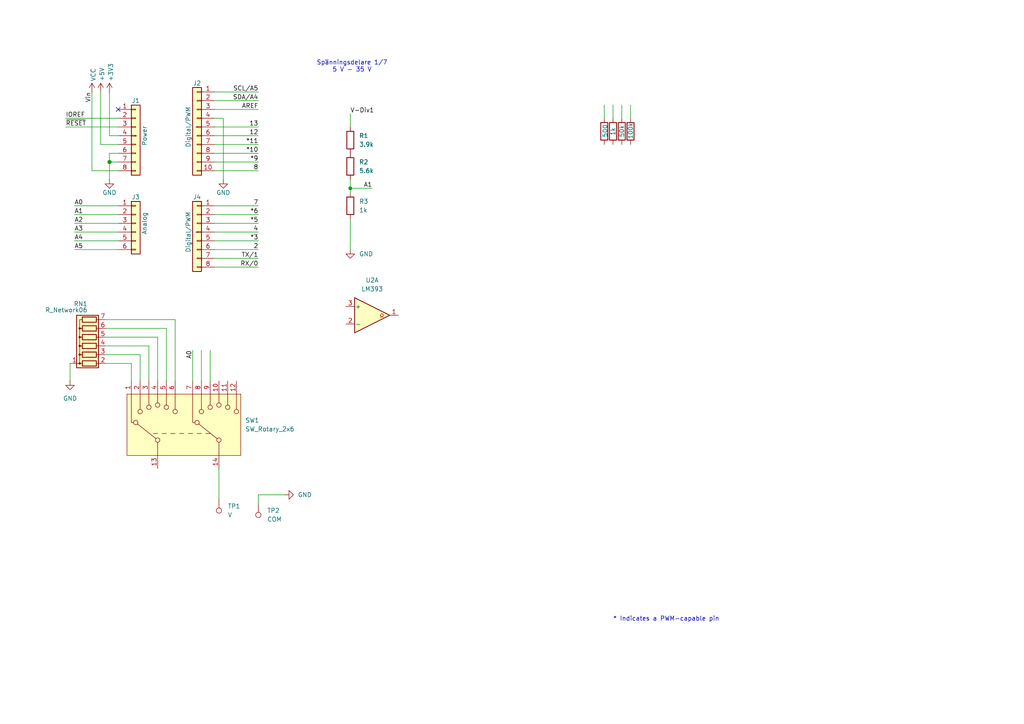
<source format=kicad_sch>
(kicad_sch
	(version 20250114)
	(generator "eeschema")
	(generator_version "9.0")
	(uuid "e63e39d7-6ac0-4ffd-8aa3-1841a4541b55")
	(paper "A4")
	(title_block
		(date "mar. 31 mars 2015")
	)
	(lib_symbols
		(symbol "Comparator:LM393"
			(pin_names
				(offset 0.127)
			)
			(exclude_from_sim no)
			(in_bom yes)
			(on_board yes)
			(property "Reference" "U"
				(at 3.81 3.81 0)
				(effects
					(font
						(size 1.27 1.27)
					)
				)
			)
			(property "Value" "LM393"
				(at 6.35 -3.81 0)
				(effects
					(font
						(size 1.27 1.27)
					)
				)
			)
			(property "Footprint" ""
				(at 0 0 0)
				(effects
					(font
						(size 1.27 1.27)
					)
					(hide yes)
				)
			)
			(property "Datasheet" "http://www.ti.com/lit/ds/symlink/lm393.pdf"
				(at 0 0 0)
				(effects
					(font
						(size 1.27 1.27)
					)
					(hide yes)
				)
			)
			(property "Description" "Low-Power, Low-Offset Voltage, Dual Comparators, DIP-8/SOIC-8/TO-99-8"
				(at 0 0 0)
				(effects
					(font
						(size 1.27 1.27)
					)
					(hide yes)
				)
			)
			(property "ki_locked" ""
				(at 0 0 0)
				(effects
					(font
						(size 1.27 1.27)
					)
				)
			)
			(property "ki_keywords" "cmp open collector"
				(at 0 0 0)
				(effects
					(font
						(size 1.27 1.27)
					)
					(hide yes)
				)
			)
			(property "ki_fp_filters" "SOIC*3.9x4.9mm*P1.27mm* DIP*W7.62mm* SOP*5.28x5.23mm*P1.27mm* VSSOP*3x3mm*P0.65mm* TSSOP*4.4x3mm*P0.65mm*"
				(at 0 0 0)
				(effects
					(font
						(size 1.27 1.27)
					)
					(hide yes)
				)
			)
			(symbol "LM393_1_1"
				(polyline
					(pts
						(xy -5.08 5.08) (xy 5.08 0) (xy -5.08 -5.08) (xy -5.08 5.08)
					)
					(stroke
						(width 0.254)
						(type default)
					)
					(fill
						(type background)
					)
				)
				(polyline
					(pts
						(xy 3.302 -0.508) (xy 2.794 -0.508) (xy 3.302 0) (xy 2.794 0.508) (xy 2.286 0) (xy 2.794 -0.508)
						(xy 2.286 -0.508)
					)
					(stroke
						(width 0.127)
						(type default)
					)
					(fill
						(type none)
					)
				)
				(pin input line
					(at -7.62 2.54 0)
					(length 2.54)
					(name "+"
						(effects
							(font
								(size 1.27 1.27)
							)
						)
					)
					(number "3"
						(effects
							(font
								(size 1.27 1.27)
							)
						)
					)
				)
				(pin input line
					(at -7.62 -2.54 0)
					(length 2.54)
					(name "-"
						(effects
							(font
								(size 1.27 1.27)
							)
						)
					)
					(number "2"
						(effects
							(font
								(size 1.27 1.27)
							)
						)
					)
				)
				(pin open_collector line
					(at 7.62 0 180)
					(length 2.54)
					(name "~"
						(effects
							(font
								(size 1.27 1.27)
							)
						)
					)
					(number "1"
						(effects
							(font
								(size 1.27 1.27)
							)
						)
					)
				)
			)
			(symbol "LM393_2_1"
				(polyline
					(pts
						(xy -5.08 5.08) (xy 5.08 0) (xy -5.08 -5.08) (xy -5.08 5.08)
					)
					(stroke
						(width 0.254)
						(type default)
					)
					(fill
						(type background)
					)
				)
				(polyline
					(pts
						(xy 3.302 -0.508) (xy 2.794 -0.508) (xy 3.302 0) (xy 2.794 0.508) (xy 2.286 0) (xy 2.794 -0.508)
						(xy 2.286 -0.508)
					)
					(stroke
						(width 0.127)
						(type default)
					)
					(fill
						(type none)
					)
				)
				(pin input line
					(at -7.62 2.54 0)
					(length 2.54)
					(name "+"
						(effects
							(font
								(size 1.27 1.27)
							)
						)
					)
					(number "5"
						(effects
							(font
								(size 1.27 1.27)
							)
						)
					)
				)
				(pin input line
					(at -7.62 -2.54 0)
					(length 2.54)
					(name "-"
						(effects
							(font
								(size 1.27 1.27)
							)
						)
					)
					(number "6"
						(effects
							(font
								(size 1.27 1.27)
							)
						)
					)
				)
				(pin open_collector line
					(at 7.62 0 180)
					(length 2.54)
					(name "~"
						(effects
							(font
								(size 1.27 1.27)
							)
						)
					)
					(number "7"
						(effects
							(font
								(size 1.27 1.27)
							)
						)
					)
				)
			)
			(symbol "LM393_3_1"
				(pin power_in line
					(at -2.54 7.62 270)
					(length 3.81)
					(name "V+"
						(effects
							(font
								(size 1.27 1.27)
							)
						)
					)
					(number "8"
						(effects
							(font
								(size 1.27 1.27)
							)
						)
					)
				)
				(pin power_in line
					(at -2.54 -7.62 90)
					(length 3.81)
					(name "V-"
						(effects
							(font
								(size 1.27 1.27)
							)
						)
					)
					(number "4"
						(effects
							(font
								(size 1.27 1.27)
							)
						)
					)
				)
			)
			(embedded_fonts no)
		)
		(symbol "Connector:TestPoint"
			(pin_numbers
				(hide yes)
			)
			(pin_names
				(offset 0.762)
				(hide yes)
			)
			(exclude_from_sim no)
			(in_bom yes)
			(on_board yes)
			(property "Reference" "TP"
				(at 0 6.858 0)
				(effects
					(font
						(size 1.27 1.27)
					)
				)
			)
			(property "Value" "TestPoint"
				(at 0 5.08 0)
				(effects
					(font
						(size 1.27 1.27)
					)
				)
			)
			(property "Footprint" ""
				(at 5.08 0 0)
				(effects
					(font
						(size 1.27 1.27)
					)
					(hide yes)
				)
			)
			(property "Datasheet" "~"
				(at 5.08 0 0)
				(effects
					(font
						(size 1.27 1.27)
					)
					(hide yes)
				)
			)
			(property "Description" "test point"
				(at 0 0 0)
				(effects
					(font
						(size 1.27 1.27)
					)
					(hide yes)
				)
			)
			(property "ki_keywords" "test point tp"
				(at 0 0 0)
				(effects
					(font
						(size 1.27 1.27)
					)
					(hide yes)
				)
			)
			(property "ki_fp_filters" "Pin* Test*"
				(at 0 0 0)
				(effects
					(font
						(size 1.27 1.27)
					)
					(hide yes)
				)
			)
			(symbol "TestPoint_0_1"
				(circle
					(center 0 3.302)
					(radius 0.762)
					(stroke
						(width 0)
						(type default)
					)
					(fill
						(type none)
					)
				)
			)
			(symbol "TestPoint_1_1"
				(pin passive line
					(at 0 0 90)
					(length 2.54)
					(name "1"
						(effects
							(font
								(size 1.27 1.27)
							)
						)
					)
					(number "1"
						(effects
							(font
								(size 1.27 1.27)
							)
						)
					)
				)
			)
			(embedded_fonts no)
		)
		(symbol "Connector_Generic:Conn_01x06"
			(pin_names
				(offset 1.016)
				(hide yes)
			)
			(exclude_from_sim no)
			(in_bom yes)
			(on_board yes)
			(property "Reference" "J"
				(at 0 7.62 0)
				(effects
					(font
						(size 1.27 1.27)
					)
				)
			)
			(property "Value" "Conn_01x06"
				(at 0 -10.16 0)
				(effects
					(font
						(size 1.27 1.27)
					)
				)
			)
			(property "Footprint" ""
				(at 0 0 0)
				(effects
					(font
						(size 1.27 1.27)
					)
					(hide yes)
				)
			)
			(property "Datasheet" "~"
				(at 0 0 0)
				(effects
					(font
						(size 1.27 1.27)
					)
					(hide yes)
				)
			)
			(property "Description" "Generic connector, single row, 01x06, script generated (kicad-library-utils/schlib/autogen/connector/)"
				(at 0 0 0)
				(effects
					(font
						(size 1.27 1.27)
					)
					(hide yes)
				)
			)
			(property "ki_keywords" "connector"
				(at 0 0 0)
				(effects
					(font
						(size 1.27 1.27)
					)
					(hide yes)
				)
			)
			(property "ki_fp_filters" "Connector*:*_1x??_*"
				(at 0 0 0)
				(effects
					(font
						(size 1.27 1.27)
					)
					(hide yes)
				)
			)
			(symbol "Conn_01x06_1_1"
				(rectangle
					(start -1.27 6.35)
					(end 1.27 -8.89)
					(stroke
						(width 0.254)
						(type default)
					)
					(fill
						(type background)
					)
				)
				(rectangle
					(start -1.27 5.207)
					(end 0 4.953)
					(stroke
						(width 0.1524)
						(type default)
					)
					(fill
						(type none)
					)
				)
				(rectangle
					(start -1.27 2.667)
					(end 0 2.413)
					(stroke
						(width 0.1524)
						(type default)
					)
					(fill
						(type none)
					)
				)
				(rectangle
					(start -1.27 0.127)
					(end 0 -0.127)
					(stroke
						(width 0.1524)
						(type default)
					)
					(fill
						(type none)
					)
				)
				(rectangle
					(start -1.27 -2.413)
					(end 0 -2.667)
					(stroke
						(width 0.1524)
						(type default)
					)
					(fill
						(type none)
					)
				)
				(rectangle
					(start -1.27 -4.953)
					(end 0 -5.207)
					(stroke
						(width 0.1524)
						(type default)
					)
					(fill
						(type none)
					)
				)
				(rectangle
					(start -1.27 -7.493)
					(end 0 -7.747)
					(stroke
						(width 0.1524)
						(type default)
					)
					(fill
						(type none)
					)
				)
				(pin passive line
					(at -5.08 5.08 0)
					(length 3.81)
					(name "Pin_1"
						(effects
							(font
								(size 1.27 1.27)
							)
						)
					)
					(number "1"
						(effects
							(font
								(size 1.27 1.27)
							)
						)
					)
				)
				(pin passive line
					(at -5.08 2.54 0)
					(length 3.81)
					(name "Pin_2"
						(effects
							(font
								(size 1.27 1.27)
							)
						)
					)
					(number "2"
						(effects
							(font
								(size 1.27 1.27)
							)
						)
					)
				)
				(pin passive line
					(at -5.08 0 0)
					(length 3.81)
					(name "Pin_3"
						(effects
							(font
								(size 1.27 1.27)
							)
						)
					)
					(number "3"
						(effects
							(font
								(size 1.27 1.27)
							)
						)
					)
				)
				(pin passive line
					(at -5.08 -2.54 0)
					(length 3.81)
					(name "Pin_4"
						(effects
							(font
								(size 1.27 1.27)
							)
						)
					)
					(number "4"
						(effects
							(font
								(size 1.27 1.27)
							)
						)
					)
				)
				(pin passive line
					(at -5.08 -5.08 0)
					(length 3.81)
					(name "Pin_5"
						(effects
							(font
								(size 1.27 1.27)
							)
						)
					)
					(number "5"
						(effects
							(font
								(size 1.27 1.27)
							)
						)
					)
				)
				(pin passive line
					(at -5.08 -7.62 0)
					(length 3.81)
					(name "Pin_6"
						(effects
							(font
								(size 1.27 1.27)
							)
						)
					)
					(number "6"
						(effects
							(font
								(size 1.27 1.27)
							)
						)
					)
				)
			)
			(embedded_fonts no)
		)
		(symbol "Connector_Generic:Conn_01x08"
			(pin_names
				(offset 1.016)
				(hide yes)
			)
			(exclude_from_sim no)
			(in_bom yes)
			(on_board yes)
			(property "Reference" "J"
				(at 0 10.16 0)
				(effects
					(font
						(size 1.27 1.27)
					)
				)
			)
			(property "Value" "Conn_01x08"
				(at 0 -12.7 0)
				(effects
					(font
						(size 1.27 1.27)
					)
				)
			)
			(property "Footprint" ""
				(at 0 0 0)
				(effects
					(font
						(size 1.27 1.27)
					)
					(hide yes)
				)
			)
			(property "Datasheet" "~"
				(at 0 0 0)
				(effects
					(font
						(size 1.27 1.27)
					)
					(hide yes)
				)
			)
			(property "Description" "Generic connector, single row, 01x08, script generated (kicad-library-utils/schlib/autogen/connector/)"
				(at 0 0 0)
				(effects
					(font
						(size 1.27 1.27)
					)
					(hide yes)
				)
			)
			(property "ki_keywords" "connector"
				(at 0 0 0)
				(effects
					(font
						(size 1.27 1.27)
					)
					(hide yes)
				)
			)
			(property "ki_fp_filters" "Connector*:*_1x??_*"
				(at 0 0 0)
				(effects
					(font
						(size 1.27 1.27)
					)
					(hide yes)
				)
			)
			(symbol "Conn_01x08_1_1"
				(rectangle
					(start -1.27 8.89)
					(end 1.27 -11.43)
					(stroke
						(width 0.254)
						(type default)
					)
					(fill
						(type background)
					)
				)
				(rectangle
					(start -1.27 7.747)
					(end 0 7.493)
					(stroke
						(width 0.1524)
						(type default)
					)
					(fill
						(type none)
					)
				)
				(rectangle
					(start -1.27 5.207)
					(end 0 4.953)
					(stroke
						(width 0.1524)
						(type default)
					)
					(fill
						(type none)
					)
				)
				(rectangle
					(start -1.27 2.667)
					(end 0 2.413)
					(stroke
						(width 0.1524)
						(type default)
					)
					(fill
						(type none)
					)
				)
				(rectangle
					(start -1.27 0.127)
					(end 0 -0.127)
					(stroke
						(width 0.1524)
						(type default)
					)
					(fill
						(type none)
					)
				)
				(rectangle
					(start -1.27 -2.413)
					(end 0 -2.667)
					(stroke
						(width 0.1524)
						(type default)
					)
					(fill
						(type none)
					)
				)
				(rectangle
					(start -1.27 -4.953)
					(end 0 -5.207)
					(stroke
						(width 0.1524)
						(type default)
					)
					(fill
						(type none)
					)
				)
				(rectangle
					(start -1.27 -7.493)
					(end 0 -7.747)
					(stroke
						(width 0.1524)
						(type default)
					)
					(fill
						(type none)
					)
				)
				(rectangle
					(start -1.27 -10.033)
					(end 0 -10.287)
					(stroke
						(width 0.1524)
						(type default)
					)
					(fill
						(type none)
					)
				)
				(pin passive line
					(at -5.08 7.62 0)
					(length 3.81)
					(name "Pin_1"
						(effects
							(font
								(size 1.27 1.27)
							)
						)
					)
					(number "1"
						(effects
							(font
								(size 1.27 1.27)
							)
						)
					)
				)
				(pin passive line
					(at -5.08 5.08 0)
					(length 3.81)
					(name "Pin_2"
						(effects
							(font
								(size 1.27 1.27)
							)
						)
					)
					(number "2"
						(effects
							(font
								(size 1.27 1.27)
							)
						)
					)
				)
				(pin passive line
					(at -5.08 2.54 0)
					(length 3.81)
					(name "Pin_3"
						(effects
							(font
								(size 1.27 1.27)
							)
						)
					)
					(number "3"
						(effects
							(font
								(size 1.27 1.27)
							)
						)
					)
				)
				(pin passive line
					(at -5.08 0 0)
					(length 3.81)
					(name "Pin_4"
						(effects
							(font
								(size 1.27 1.27)
							)
						)
					)
					(number "4"
						(effects
							(font
								(size 1.27 1.27)
							)
						)
					)
				)
				(pin passive line
					(at -5.08 -2.54 0)
					(length 3.81)
					(name "Pin_5"
						(effects
							(font
								(size 1.27 1.27)
							)
						)
					)
					(number "5"
						(effects
							(font
								(size 1.27 1.27)
							)
						)
					)
				)
				(pin passive line
					(at -5.08 -5.08 0)
					(length 3.81)
					(name "Pin_6"
						(effects
							(font
								(size 1.27 1.27)
							)
						)
					)
					(number "6"
						(effects
							(font
								(size 1.27 1.27)
							)
						)
					)
				)
				(pin passive line
					(at -5.08 -7.62 0)
					(length 3.81)
					(name "Pin_7"
						(effects
							(font
								(size 1.27 1.27)
							)
						)
					)
					(number "7"
						(effects
							(font
								(size 1.27 1.27)
							)
						)
					)
				)
				(pin passive line
					(at -5.08 -10.16 0)
					(length 3.81)
					(name "Pin_8"
						(effects
							(font
								(size 1.27 1.27)
							)
						)
					)
					(number "8"
						(effects
							(font
								(size 1.27 1.27)
							)
						)
					)
				)
			)
			(embedded_fonts no)
		)
		(symbol "Connector_Generic:Conn_01x10"
			(pin_names
				(offset 1.016)
				(hide yes)
			)
			(exclude_from_sim no)
			(in_bom yes)
			(on_board yes)
			(property "Reference" "J"
				(at 0 12.7 0)
				(effects
					(font
						(size 1.27 1.27)
					)
				)
			)
			(property "Value" "Conn_01x10"
				(at 0 -15.24 0)
				(effects
					(font
						(size 1.27 1.27)
					)
				)
			)
			(property "Footprint" ""
				(at 0 0 0)
				(effects
					(font
						(size 1.27 1.27)
					)
					(hide yes)
				)
			)
			(property "Datasheet" "~"
				(at 0 0 0)
				(effects
					(font
						(size 1.27 1.27)
					)
					(hide yes)
				)
			)
			(property "Description" "Generic connector, single row, 01x10, script generated (kicad-library-utils/schlib/autogen/connector/)"
				(at 0 0 0)
				(effects
					(font
						(size 1.27 1.27)
					)
					(hide yes)
				)
			)
			(property "ki_keywords" "connector"
				(at 0 0 0)
				(effects
					(font
						(size 1.27 1.27)
					)
					(hide yes)
				)
			)
			(property "ki_fp_filters" "Connector*:*_1x??_*"
				(at 0 0 0)
				(effects
					(font
						(size 1.27 1.27)
					)
					(hide yes)
				)
			)
			(symbol "Conn_01x10_1_1"
				(rectangle
					(start -1.27 11.43)
					(end 1.27 -13.97)
					(stroke
						(width 0.254)
						(type default)
					)
					(fill
						(type background)
					)
				)
				(rectangle
					(start -1.27 10.287)
					(end 0 10.033)
					(stroke
						(width 0.1524)
						(type default)
					)
					(fill
						(type none)
					)
				)
				(rectangle
					(start -1.27 7.747)
					(end 0 7.493)
					(stroke
						(width 0.1524)
						(type default)
					)
					(fill
						(type none)
					)
				)
				(rectangle
					(start -1.27 5.207)
					(end 0 4.953)
					(stroke
						(width 0.1524)
						(type default)
					)
					(fill
						(type none)
					)
				)
				(rectangle
					(start -1.27 2.667)
					(end 0 2.413)
					(stroke
						(width 0.1524)
						(type default)
					)
					(fill
						(type none)
					)
				)
				(rectangle
					(start -1.27 0.127)
					(end 0 -0.127)
					(stroke
						(width 0.1524)
						(type default)
					)
					(fill
						(type none)
					)
				)
				(rectangle
					(start -1.27 -2.413)
					(end 0 -2.667)
					(stroke
						(width 0.1524)
						(type default)
					)
					(fill
						(type none)
					)
				)
				(rectangle
					(start -1.27 -4.953)
					(end 0 -5.207)
					(stroke
						(width 0.1524)
						(type default)
					)
					(fill
						(type none)
					)
				)
				(rectangle
					(start -1.27 -7.493)
					(end 0 -7.747)
					(stroke
						(width 0.1524)
						(type default)
					)
					(fill
						(type none)
					)
				)
				(rectangle
					(start -1.27 -10.033)
					(end 0 -10.287)
					(stroke
						(width 0.1524)
						(type default)
					)
					(fill
						(type none)
					)
				)
				(rectangle
					(start -1.27 -12.573)
					(end 0 -12.827)
					(stroke
						(width 0.1524)
						(type default)
					)
					(fill
						(type none)
					)
				)
				(pin passive line
					(at -5.08 10.16 0)
					(length 3.81)
					(name "Pin_1"
						(effects
							(font
								(size 1.27 1.27)
							)
						)
					)
					(number "1"
						(effects
							(font
								(size 1.27 1.27)
							)
						)
					)
				)
				(pin passive line
					(at -5.08 7.62 0)
					(length 3.81)
					(name "Pin_2"
						(effects
							(font
								(size 1.27 1.27)
							)
						)
					)
					(number "2"
						(effects
							(font
								(size 1.27 1.27)
							)
						)
					)
				)
				(pin passive line
					(at -5.08 5.08 0)
					(length 3.81)
					(name "Pin_3"
						(effects
							(font
								(size 1.27 1.27)
							)
						)
					)
					(number "3"
						(effects
							(font
								(size 1.27 1.27)
							)
						)
					)
				)
				(pin passive line
					(at -5.08 2.54 0)
					(length 3.81)
					(name "Pin_4"
						(effects
							(font
								(size 1.27 1.27)
							)
						)
					)
					(number "4"
						(effects
							(font
								(size 1.27 1.27)
							)
						)
					)
				)
				(pin passive line
					(at -5.08 0 0)
					(length 3.81)
					(name "Pin_5"
						(effects
							(font
								(size 1.27 1.27)
							)
						)
					)
					(number "5"
						(effects
							(font
								(size 1.27 1.27)
							)
						)
					)
				)
				(pin passive line
					(at -5.08 -2.54 0)
					(length 3.81)
					(name "Pin_6"
						(effects
							(font
								(size 1.27 1.27)
							)
						)
					)
					(number "6"
						(effects
							(font
								(size 1.27 1.27)
							)
						)
					)
				)
				(pin passive line
					(at -5.08 -5.08 0)
					(length 3.81)
					(name "Pin_7"
						(effects
							(font
								(size 1.27 1.27)
							)
						)
					)
					(number "7"
						(effects
							(font
								(size 1.27 1.27)
							)
						)
					)
				)
				(pin passive line
					(at -5.08 -7.62 0)
					(length 3.81)
					(name "Pin_8"
						(effects
							(font
								(size 1.27 1.27)
							)
						)
					)
					(number "8"
						(effects
							(font
								(size 1.27 1.27)
							)
						)
					)
				)
				(pin passive line
					(at -5.08 -10.16 0)
					(length 3.81)
					(name "Pin_9"
						(effects
							(font
								(size 1.27 1.27)
							)
						)
					)
					(number "9"
						(effects
							(font
								(size 1.27 1.27)
							)
						)
					)
				)
				(pin passive line
					(at -5.08 -12.7 0)
					(length 3.81)
					(name "Pin_10"
						(effects
							(font
								(size 1.27 1.27)
							)
						)
					)
					(number "10"
						(effects
							(font
								(size 1.27 1.27)
							)
						)
					)
				)
			)
			(embedded_fonts no)
		)
		(symbol "Device:R"
			(pin_numbers
				(hide yes)
			)
			(pin_names
				(offset 0)
			)
			(exclude_from_sim no)
			(in_bom yes)
			(on_board yes)
			(property "Reference" "R"
				(at 2.032 0 90)
				(effects
					(font
						(size 1.27 1.27)
					)
				)
			)
			(property "Value" "R"
				(at 0 0 90)
				(effects
					(font
						(size 1.27 1.27)
					)
				)
			)
			(property "Footprint" ""
				(at -1.778 0 90)
				(effects
					(font
						(size 1.27 1.27)
					)
					(hide yes)
				)
			)
			(property "Datasheet" "~"
				(at 0 0 0)
				(effects
					(font
						(size 1.27 1.27)
					)
					(hide yes)
				)
			)
			(property "Description" "Resistor"
				(at 0 0 0)
				(effects
					(font
						(size 1.27 1.27)
					)
					(hide yes)
				)
			)
			(property "ki_keywords" "R res resistor"
				(at 0 0 0)
				(effects
					(font
						(size 1.27 1.27)
					)
					(hide yes)
				)
			)
			(property "ki_fp_filters" "R_*"
				(at 0 0 0)
				(effects
					(font
						(size 1.27 1.27)
					)
					(hide yes)
				)
			)
			(symbol "R_0_1"
				(rectangle
					(start -1.016 -2.54)
					(end 1.016 2.54)
					(stroke
						(width 0.254)
						(type default)
					)
					(fill
						(type none)
					)
				)
			)
			(symbol "R_1_1"
				(pin passive line
					(at 0 3.81 270)
					(length 1.27)
					(name "~"
						(effects
							(font
								(size 1.27 1.27)
							)
						)
					)
					(number "1"
						(effects
							(font
								(size 1.27 1.27)
							)
						)
					)
				)
				(pin passive line
					(at 0 -3.81 90)
					(length 1.27)
					(name "~"
						(effects
							(font
								(size 1.27 1.27)
							)
						)
					)
					(number "2"
						(effects
							(font
								(size 1.27 1.27)
							)
						)
					)
				)
			)
			(embedded_fonts no)
		)
		(symbol "Device:R_Network06"
			(pin_names
				(offset 0)
				(hide yes)
			)
			(exclude_from_sim no)
			(in_bom yes)
			(on_board yes)
			(property "Reference" "RN"
				(at -10.16 0 90)
				(effects
					(font
						(size 1.27 1.27)
					)
				)
			)
			(property "Value" "R_Network06"
				(at 7.62 0 90)
				(effects
					(font
						(size 1.27 1.27)
					)
				)
			)
			(property "Footprint" "Resistor_THT:R_Array_SIP7"
				(at 9.525 0 90)
				(effects
					(font
						(size 1.27 1.27)
					)
					(hide yes)
				)
			)
			(property "Datasheet" "http://www.vishay.com/docs/31509/csc.pdf"
				(at 0 0 0)
				(effects
					(font
						(size 1.27 1.27)
					)
					(hide yes)
				)
			)
			(property "Description" "6 resistor network, star topology, bussed resistors, small symbol"
				(at 0 0 0)
				(effects
					(font
						(size 1.27 1.27)
					)
					(hide yes)
				)
			)
			(property "ki_keywords" "R network star-topology"
				(at 0 0 0)
				(effects
					(font
						(size 1.27 1.27)
					)
					(hide yes)
				)
			)
			(property "ki_fp_filters" "R?Array?SIP*"
				(at 0 0 0)
				(effects
					(font
						(size 1.27 1.27)
					)
					(hide yes)
				)
			)
			(symbol "R_Network06_0_1"
				(rectangle
					(start -8.89 -3.175)
					(end 6.35 3.175)
					(stroke
						(width 0.254)
						(type default)
					)
					(fill
						(type background)
					)
				)
				(rectangle
					(start -8.382 1.524)
					(end -6.858 -2.54)
					(stroke
						(width 0.254)
						(type default)
					)
					(fill
						(type none)
					)
				)
				(circle
					(center -7.62 2.286)
					(radius 0.254)
					(stroke
						(width 0)
						(type default)
					)
					(fill
						(type outline)
					)
				)
				(polyline
					(pts
						(xy -7.62 1.524) (xy -7.62 2.286) (xy -5.08 2.286) (xy -5.08 1.524)
					)
					(stroke
						(width 0)
						(type default)
					)
					(fill
						(type none)
					)
				)
				(polyline
					(pts
						(xy -7.62 -2.54) (xy -7.62 -3.81)
					)
					(stroke
						(width 0)
						(type default)
					)
					(fill
						(type none)
					)
				)
				(rectangle
					(start -5.842 1.524)
					(end -4.318 -2.54)
					(stroke
						(width 0.254)
						(type default)
					)
					(fill
						(type none)
					)
				)
				(circle
					(center -5.08 2.286)
					(radius 0.254)
					(stroke
						(width 0)
						(type default)
					)
					(fill
						(type outline)
					)
				)
				(polyline
					(pts
						(xy -5.08 1.524) (xy -5.08 2.286) (xy -2.54 2.286) (xy -2.54 1.524)
					)
					(stroke
						(width 0)
						(type default)
					)
					(fill
						(type none)
					)
				)
				(polyline
					(pts
						(xy -5.08 -2.54) (xy -5.08 -3.81)
					)
					(stroke
						(width 0)
						(type default)
					)
					(fill
						(type none)
					)
				)
				(rectangle
					(start -3.302 1.524)
					(end -1.778 -2.54)
					(stroke
						(width 0.254)
						(type default)
					)
					(fill
						(type none)
					)
				)
				(circle
					(center -2.54 2.286)
					(radius 0.254)
					(stroke
						(width 0)
						(type default)
					)
					(fill
						(type outline)
					)
				)
				(polyline
					(pts
						(xy -2.54 1.524) (xy -2.54 2.286) (xy 0 2.286) (xy 0 1.524)
					)
					(stroke
						(width 0)
						(type default)
					)
					(fill
						(type none)
					)
				)
				(polyline
					(pts
						(xy -2.54 -2.54) (xy -2.54 -3.81)
					)
					(stroke
						(width 0)
						(type default)
					)
					(fill
						(type none)
					)
				)
				(rectangle
					(start -0.762 1.524)
					(end 0.762 -2.54)
					(stroke
						(width 0.254)
						(type default)
					)
					(fill
						(type none)
					)
				)
				(circle
					(center 0 2.286)
					(radius 0.254)
					(stroke
						(width 0)
						(type default)
					)
					(fill
						(type outline)
					)
				)
				(polyline
					(pts
						(xy 0 1.524) (xy 0 2.286) (xy 2.54 2.286) (xy 2.54 1.524)
					)
					(stroke
						(width 0)
						(type default)
					)
					(fill
						(type none)
					)
				)
				(polyline
					(pts
						(xy 0 -2.54) (xy 0 -3.81)
					)
					(stroke
						(width 0)
						(type default)
					)
					(fill
						(type none)
					)
				)
				(rectangle
					(start 1.778 1.524)
					(end 3.302 -2.54)
					(stroke
						(width 0.254)
						(type default)
					)
					(fill
						(type none)
					)
				)
				(circle
					(center 2.54 2.286)
					(radius 0.254)
					(stroke
						(width 0)
						(type default)
					)
					(fill
						(type outline)
					)
				)
				(polyline
					(pts
						(xy 2.54 1.524) (xy 2.54 2.286) (xy 5.08 2.286) (xy 5.08 1.524)
					)
					(stroke
						(width 0)
						(type default)
					)
					(fill
						(type none)
					)
				)
				(polyline
					(pts
						(xy 2.54 -2.54) (xy 2.54 -3.81)
					)
					(stroke
						(width 0)
						(type default)
					)
					(fill
						(type none)
					)
				)
				(rectangle
					(start 4.318 1.524)
					(end 5.842 -2.54)
					(stroke
						(width 0.254)
						(type default)
					)
					(fill
						(type none)
					)
				)
				(polyline
					(pts
						(xy 5.08 -2.54) (xy 5.08 -3.81)
					)
					(stroke
						(width 0)
						(type default)
					)
					(fill
						(type none)
					)
				)
			)
			(symbol "R_Network06_1_1"
				(pin passive line
					(at -7.62 5.08 270)
					(length 2.54)
					(name "common"
						(effects
							(font
								(size 1.27 1.27)
							)
						)
					)
					(number "1"
						(effects
							(font
								(size 1.27 1.27)
							)
						)
					)
				)
				(pin passive line
					(at -7.62 -5.08 90)
					(length 1.27)
					(name "R1"
						(effects
							(font
								(size 1.27 1.27)
							)
						)
					)
					(number "2"
						(effects
							(font
								(size 1.27 1.27)
							)
						)
					)
				)
				(pin passive line
					(at -5.08 -5.08 90)
					(length 1.27)
					(name "R2"
						(effects
							(font
								(size 1.27 1.27)
							)
						)
					)
					(number "3"
						(effects
							(font
								(size 1.27 1.27)
							)
						)
					)
				)
				(pin passive line
					(at -2.54 -5.08 90)
					(length 1.27)
					(name "R3"
						(effects
							(font
								(size 1.27 1.27)
							)
						)
					)
					(number "4"
						(effects
							(font
								(size 1.27 1.27)
							)
						)
					)
				)
				(pin passive line
					(at 0 -5.08 90)
					(length 1.27)
					(name "R4"
						(effects
							(font
								(size 1.27 1.27)
							)
						)
					)
					(number "5"
						(effects
							(font
								(size 1.27 1.27)
							)
						)
					)
				)
				(pin passive line
					(at 2.54 -5.08 90)
					(length 1.27)
					(name "R5"
						(effects
							(font
								(size 1.27 1.27)
							)
						)
					)
					(number "6"
						(effects
							(font
								(size 1.27 1.27)
							)
						)
					)
				)
				(pin passive line
					(at 5.08 -5.08 90)
					(length 1.27)
					(name "R6"
						(effects
							(font
								(size 1.27 1.27)
							)
						)
					)
					(number "7"
						(effects
							(font
								(size 1.27 1.27)
							)
						)
					)
				)
			)
			(embedded_fonts no)
		)
		(symbol "Switch:SW_Rotary_2x6"
			(pin_names
				(offset 1.016)
				(hide yes)
			)
			(exclude_from_sim no)
			(in_bom yes)
			(on_board yes)
			(property "Reference" "SW"
				(at 0 17.78 0)
				(effects
					(font
						(size 1.27 1.27)
					)
				)
			)
			(property "Value" "SW_Rotary_2x6"
				(at 0 -17.78 0)
				(effects
					(font
						(size 1.27 1.27)
					)
				)
			)
			(property "Footprint" ""
				(at -2.54 15.24 0)
				(effects
					(font
						(size 1.27 1.27)
					)
					(hide yes)
				)
			)
			(property "Datasheet" "http://cdn-reichelt.de/documents/datenblatt/C200/DS-Serie%23LOR.pdf"
				(at 0 -20.32 0)
				(effects
					(font
						(size 1.27 1.27)
					)
					(hide yes)
				)
			)
			(property "Description" "2 rotary switch with 6 positions"
				(at 0 0 0)
				(effects
					(font
						(size 1.27 1.27)
					)
					(hide yes)
				)
			)
			(property "ki_keywords" "rotary switch 2x6"
				(at 0 0 0)
				(effects
					(font
						(size 1.27 1.27)
					)
					(hide yes)
				)
			)
			(symbol "SW_Rotary_2x6_0_0"
				(circle
					(center -4.445 7.62)
					(radius 0.635)
					(stroke
						(width 0)
						(type default)
					)
					(fill
						(type none)
					)
				)
				(circle
					(center -4.445 -10.16)
					(radius 0.635)
					(stroke
						(width 0)
						(type default)
					)
					(fill
						(type none)
					)
				)
				(polyline
					(pts
						(xy -4.064 -9.652) (xy 0.2032 -4.318)
					)
					(stroke
						(width 0)
						(type default)
					)
					(fill
						(type none)
					)
				)
				(polyline
					(pts
						(xy -4.0132 8.128) (xy 0.2032 13.462)
					)
					(stroke
						(width 0)
						(type default)
					)
					(fill
						(type none)
					)
				)
				(polyline
					(pts
						(xy -2.54 7.62) (xy -2.54 8.89)
					)
					(stroke
						(width 0)
						(type default)
					)
					(fill
						(type none)
					)
				)
				(polyline
					(pts
						(xy -2.54 5.08) (xy -2.54 6.35)
					)
					(stroke
						(width 0)
						(type default)
					)
					(fill
						(type none)
					)
				)
				(polyline
					(pts
						(xy -2.54 2.54) (xy -2.54 3.81)
					)
					(stroke
						(width 0)
						(type default)
					)
					(fill
						(type none)
					)
				)
				(polyline
					(pts
						(xy -2.54 0) (xy -2.54 1.27)
					)
					(stroke
						(width 0)
						(type default)
					)
					(fill
						(type none)
					)
				)
				(polyline
					(pts
						(xy -2.54 -2.54) (xy -2.54 -1.27)
					)
					(stroke
						(width 0)
						(type default)
					)
					(fill
						(type none)
					)
				)
				(polyline
					(pts
						(xy -2.54 -5.08) (xy -2.54 -3.81)
					)
					(stroke
						(width 0)
						(type default)
					)
					(fill
						(type none)
					)
				)
				(polyline
					(pts
						(xy -2.54 -7.62) (xy -2.54 -6.35)
					)
					(stroke
						(width 0)
						(type default)
					)
					(fill
						(type none)
					)
				)
				(polyline
					(pts
						(xy 0.635 14.605) (xy 0.635 15.24) (xy 8.89 15.24)
					)
					(stroke
						(width 0)
						(type default)
					)
					(fill
						(type none)
					)
				)
				(circle
					(center 0.635 13.97)
					(radius 0.635)
					(stroke
						(width 0)
						(type default)
					)
					(fill
						(type none)
					)
				)
				(polyline
					(pts
						(xy 0.635 -3.175) (xy 0.635 -2.54) (xy 8.89 -2.54)
					)
					(stroke
						(width 0)
						(type default)
					)
					(fill
						(type none)
					)
				)
				(circle
					(center 0.635 -3.81)
					(radius 0.635)
					(stroke
						(width 0)
						(type default)
					)
					(fill
						(type none)
					)
				)
				(circle
					(center 3.81 12.7)
					(radius 0.635)
					(stroke
						(width 0)
						(type default)
					)
					(fill
						(type none)
					)
				)
				(circle
					(center 3.81 2.54)
					(radius 0.635)
					(stroke
						(width 0)
						(type default)
					)
					(fill
						(type none)
					)
				)
				(circle
					(center 3.81 -5.08)
					(radius 0.635)
					(stroke
						(width 0)
						(type default)
					)
					(fill
						(type none)
					)
				)
				(circle
					(center 3.81 -15.24)
					(radius 0.635)
					(stroke
						(width 0)
						(type default)
					)
					(fill
						(type none)
					)
				)
				(polyline
					(pts
						(xy 4.445 12.7) (xy 8.89 12.7)
					)
					(stroke
						(width 0)
						(type default)
					)
					(fill
						(type none)
					)
				)
				(polyline
					(pts
						(xy 4.445 -5.08) (xy 8.89 -5.08)
					)
					(stroke
						(width 0)
						(type default)
					)
					(fill
						(type none)
					)
				)
				(circle
					(center 5.08 10.16)
					(radius 0.635)
					(stroke
						(width 0)
						(type default)
					)
					(fill
						(type none)
					)
				)
				(circle
					(center 5.08 5.08)
					(radius 0.635)
					(stroke
						(width 0)
						(type default)
					)
					(fill
						(type none)
					)
				)
				(circle
					(center 5.08 -7.62)
					(radius 0.635)
					(stroke
						(width 0)
						(type default)
					)
					(fill
						(type none)
					)
				)
				(circle
					(center 5.08 -12.7)
					(radius 0.635)
					(stroke
						(width 0)
						(type default)
					)
					(fill
						(type none)
					)
				)
				(polyline
					(pts
						(xy 5.715 10.16) (xy 8.89 10.16)
					)
					(stroke
						(width 0)
						(type default)
					)
					(fill
						(type none)
					)
				)
				(circle
					(center 5.715 7.62)
					(radius 0.635)
					(stroke
						(width 0)
						(type default)
					)
					(fill
						(type none)
					)
				)
				(polyline
					(pts
						(xy 5.715 5.08) (xy 8.89 5.08)
					)
					(stroke
						(width 0)
						(type default)
					)
					(fill
						(type none)
					)
				)
				(polyline
					(pts
						(xy 5.715 -7.62) (xy 8.89 -7.62)
					)
					(stroke
						(width 0)
						(type default)
					)
					(fill
						(type none)
					)
				)
				(circle
					(center 5.715 -10.16)
					(radius 0.635)
					(stroke
						(width 0)
						(type default)
					)
					(fill
						(type none)
					)
				)
				(polyline
					(pts
						(xy 5.715 -12.7) (xy 8.89 -12.7)
					)
					(stroke
						(width 0)
						(type default)
					)
					(fill
						(type none)
					)
				)
				(polyline
					(pts
						(xy 6.35 7.62) (xy 8.89 7.62)
					)
					(stroke
						(width 0)
						(type default)
					)
					(fill
						(type none)
					)
				)
				(polyline
					(pts
						(xy 6.35 -10.16) (xy 8.89 -10.16)
					)
					(stroke
						(width 0)
						(type default)
					)
					(fill
						(type none)
					)
				)
				(polyline
					(pts
						(xy 8.89 2.54) (xy 4.445 2.54)
					)
					(stroke
						(width 0)
						(type default)
					)
					(fill
						(type none)
					)
				)
				(polyline
					(pts
						(xy 8.89 -15.24) (xy 4.445 -15.24)
					)
					(stroke
						(width 0)
						(type default)
					)
					(fill
						(type none)
					)
				)
			)
			(symbol "SW_Rotary_2x6_0_1"
				(polyline
					(pts
						(xy -5.1308 -10.16) (xy -8.89 -10.16)
					)
					(stroke
						(width 0)
						(type default)
					)
					(fill
						(type none)
					)
				)
				(polyline
					(pts
						(xy -5.08 7.62) (xy -8.89 7.62)
					)
					(stroke
						(width 0)
						(type default)
					)
					(fill
						(type none)
					)
				)
			)
			(symbol "SW_Rotary_2x6_1_1"
				(rectangle
					(start -8.89 16.51)
					(end 8.89 -16.51)
					(stroke
						(width 0)
						(type default)
					)
					(fill
						(type background)
					)
				)
				(pin passive line
					(at -12.7 7.62 0)
					(length 3.81)
					(name "13"
						(effects
							(font
								(size 1.27 1.27)
							)
						)
					)
					(number "13"
						(effects
							(font
								(size 1.27 1.27)
							)
						)
					)
				)
				(pin passive line
					(at -12.7 -10.16 0)
					(length 3.81)
					(name "14"
						(effects
							(font
								(size 1.27 1.27)
							)
						)
					)
					(number "14"
						(effects
							(font
								(size 1.27 1.27)
							)
						)
					)
				)
				(pin passive line
					(at 12.7 15.24 180)
					(length 3.81)
					(name "1"
						(effects
							(font
								(size 1.27 1.27)
							)
						)
					)
					(number "1"
						(effects
							(font
								(size 1.27 1.27)
							)
						)
					)
				)
				(pin passive line
					(at 12.7 12.7 180)
					(length 3.81)
					(name "2"
						(effects
							(font
								(size 1.27 1.27)
							)
						)
					)
					(number "2"
						(effects
							(font
								(size 1.27 1.27)
							)
						)
					)
				)
				(pin passive line
					(at 12.7 10.16 180)
					(length 3.81)
					(name "3"
						(effects
							(font
								(size 1.27 1.27)
							)
						)
					)
					(number "3"
						(effects
							(font
								(size 1.27 1.27)
							)
						)
					)
				)
				(pin passive line
					(at 12.7 7.62 180)
					(length 3.81)
					(name "4"
						(effects
							(font
								(size 1.27 1.27)
							)
						)
					)
					(number "4"
						(effects
							(font
								(size 1.27 1.27)
							)
						)
					)
				)
				(pin passive line
					(at 12.7 5.08 180)
					(length 3.81)
					(name "5"
						(effects
							(font
								(size 1.27 1.27)
							)
						)
					)
					(number "5"
						(effects
							(font
								(size 1.27 1.27)
							)
						)
					)
				)
				(pin passive line
					(at 12.7 2.54 180)
					(length 3.81)
					(name "6"
						(effects
							(font
								(size 1.27 1.27)
							)
						)
					)
					(number "6"
						(effects
							(font
								(size 1.27 1.27)
							)
						)
					)
				)
				(pin passive line
					(at 12.7 -2.54 180)
					(length 3.81)
					(name "7"
						(effects
							(font
								(size 1.27 1.27)
							)
						)
					)
					(number "7"
						(effects
							(font
								(size 1.27 1.27)
							)
						)
					)
				)
				(pin passive line
					(at 12.7 -5.08 180)
					(length 3.81)
					(name "8"
						(effects
							(font
								(size 1.27 1.27)
							)
						)
					)
					(number "8"
						(effects
							(font
								(size 1.27 1.27)
							)
						)
					)
				)
				(pin passive line
					(at 12.7 -7.62 180)
					(length 3.81)
					(name "9"
						(effects
							(font
								(size 1.27 1.27)
							)
						)
					)
					(number "9"
						(effects
							(font
								(size 1.27 1.27)
							)
						)
					)
				)
				(pin passive line
					(at 12.7 -10.16 180)
					(length 3.81)
					(name "10"
						(effects
							(font
								(size 1.27 1.27)
							)
						)
					)
					(number "10"
						(effects
							(font
								(size 1.27 1.27)
							)
						)
					)
				)
				(pin passive line
					(at 12.7 -12.7 180)
					(length 3.81)
					(name "11"
						(effects
							(font
								(size 1.27 1.27)
							)
						)
					)
					(number "11"
						(effects
							(font
								(size 1.27 1.27)
							)
						)
					)
				)
				(pin passive line
					(at 12.7 -15.24 180)
					(length 3.81)
					(name "12"
						(effects
							(font
								(size 1.27 1.27)
							)
						)
					)
					(number "12"
						(effects
							(font
								(size 1.27 1.27)
							)
						)
					)
				)
			)
			(embedded_fonts no)
		)
		(symbol "power:+3V3"
			(power)
			(pin_numbers
				(hide yes)
			)
			(pin_names
				(offset 0)
				(hide yes)
			)
			(exclude_from_sim no)
			(in_bom yes)
			(on_board yes)
			(property "Reference" "#PWR"
				(at 0 -3.81 0)
				(effects
					(font
						(size 1.27 1.27)
					)
					(hide yes)
				)
			)
			(property "Value" "+3V3"
				(at 0 3.556 0)
				(effects
					(font
						(size 1.27 1.27)
					)
				)
			)
			(property "Footprint" ""
				(at 0 0 0)
				(effects
					(font
						(size 1.27 1.27)
					)
					(hide yes)
				)
			)
			(property "Datasheet" ""
				(at 0 0 0)
				(effects
					(font
						(size 1.27 1.27)
					)
					(hide yes)
				)
			)
			(property "Description" "Power symbol creates a global label with name \"+3V3\""
				(at 0 0 0)
				(effects
					(font
						(size 1.27 1.27)
					)
					(hide yes)
				)
			)
			(property "ki_keywords" "global power"
				(at 0 0 0)
				(effects
					(font
						(size 1.27 1.27)
					)
					(hide yes)
				)
			)
			(symbol "+3V3_0_1"
				(polyline
					(pts
						(xy -0.762 1.27) (xy 0 2.54)
					)
					(stroke
						(width 0)
						(type default)
					)
					(fill
						(type none)
					)
				)
				(polyline
					(pts
						(xy 0 2.54) (xy 0.762 1.27)
					)
					(stroke
						(width 0)
						(type default)
					)
					(fill
						(type none)
					)
				)
				(polyline
					(pts
						(xy 0 0) (xy 0 2.54)
					)
					(stroke
						(width 0)
						(type default)
					)
					(fill
						(type none)
					)
				)
			)
			(symbol "+3V3_1_1"
				(pin power_in line
					(at 0 0 90)
					(length 0)
					(name "~"
						(effects
							(font
								(size 1.27 1.27)
							)
						)
					)
					(number "1"
						(effects
							(font
								(size 1.27 1.27)
							)
						)
					)
				)
			)
			(embedded_fonts no)
		)
		(symbol "power:+5V"
			(power)
			(pin_numbers
				(hide yes)
			)
			(pin_names
				(offset 0)
				(hide yes)
			)
			(exclude_from_sim no)
			(in_bom yes)
			(on_board yes)
			(property "Reference" "#PWR"
				(at 0 -3.81 0)
				(effects
					(font
						(size 1.27 1.27)
					)
					(hide yes)
				)
			)
			(property "Value" "+5V"
				(at 0 3.556 0)
				(effects
					(font
						(size 1.27 1.27)
					)
				)
			)
			(property "Footprint" ""
				(at 0 0 0)
				(effects
					(font
						(size 1.27 1.27)
					)
					(hide yes)
				)
			)
			(property "Datasheet" ""
				(at 0 0 0)
				(effects
					(font
						(size 1.27 1.27)
					)
					(hide yes)
				)
			)
			(property "Description" "Power symbol creates a global label with name \"+5V\""
				(at 0 0 0)
				(effects
					(font
						(size 1.27 1.27)
					)
					(hide yes)
				)
			)
			(property "ki_keywords" "global power"
				(at 0 0 0)
				(effects
					(font
						(size 1.27 1.27)
					)
					(hide yes)
				)
			)
			(symbol "+5V_0_1"
				(polyline
					(pts
						(xy -0.762 1.27) (xy 0 2.54)
					)
					(stroke
						(width 0)
						(type default)
					)
					(fill
						(type none)
					)
				)
				(polyline
					(pts
						(xy 0 2.54) (xy 0.762 1.27)
					)
					(stroke
						(width 0)
						(type default)
					)
					(fill
						(type none)
					)
				)
				(polyline
					(pts
						(xy 0 0) (xy 0 2.54)
					)
					(stroke
						(width 0)
						(type default)
					)
					(fill
						(type none)
					)
				)
			)
			(symbol "+5V_1_1"
				(pin power_in line
					(at 0 0 90)
					(length 0)
					(name "~"
						(effects
							(font
								(size 1.27 1.27)
							)
						)
					)
					(number "1"
						(effects
							(font
								(size 1.27 1.27)
							)
						)
					)
				)
			)
			(embedded_fonts no)
		)
		(symbol "power:GND"
			(power)
			(pin_numbers
				(hide yes)
			)
			(pin_names
				(offset 0)
				(hide yes)
			)
			(exclude_from_sim no)
			(in_bom yes)
			(on_board yes)
			(property "Reference" "#PWR"
				(at 0 -6.35 0)
				(effects
					(font
						(size 1.27 1.27)
					)
					(hide yes)
				)
			)
			(property "Value" "GND"
				(at 0 -3.81 0)
				(effects
					(font
						(size 1.27 1.27)
					)
				)
			)
			(property "Footprint" ""
				(at 0 0 0)
				(effects
					(font
						(size 1.27 1.27)
					)
					(hide yes)
				)
			)
			(property "Datasheet" ""
				(at 0 0 0)
				(effects
					(font
						(size 1.27 1.27)
					)
					(hide yes)
				)
			)
			(property "Description" "Power symbol creates a global label with name \"GND\" , ground"
				(at 0 0 0)
				(effects
					(font
						(size 1.27 1.27)
					)
					(hide yes)
				)
			)
			(property "ki_keywords" "global power"
				(at 0 0 0)
				(effects
					(font
						(size 1.27 1.27)
					)
					(hide yes)
				)
			)
			(symbol "GND_0_1"
				(polyline
					(pts
						(xy 0 0) (xy 0 -1.27) (xy 1.27 -1.27) (xy 0 -2.54) (xy -1.27 -1.27) (xy 0 -1.27)
					)
					(stroke
						(width 0)
						(type default)
					)
					(fill
						(type none)
					)
				)
			)
			(symbol "GND_1_1"
				(pin power_in line
					(at 0 0 270)
					(length 0)
					(name "~"
						(effects
							(font
								(size 1.27 1.27)
							)
						)
					)
					(number "1"
						(effects
							(font
								(size 1.27 1.27)
							)
						)
					)
				)
			)
			(embedded_fonts no)
		)
		(symbol "power:VCC"
			(power)
			(pin_numbers
				(hide yes)
			)
			(pin_names
				(offset 0)
				(hide yes)
			)
			(exclude_from_sim no)
			(in_bom yes)
			(on_board yes)
			(property "Reference" "#PWR"
				(at 0 -3.81 0)
				(effects
					(font
						(size 1.27 1.27)
					)
					(hide yes)
				)
			)
			(property "Value" "VCC"
				(at 0 3.556 0)
				(effects
					(font
						(size 1.27 1.27)
					)
				)
			)
			(property "Footprint" ""
				(at 0 0 0)
				(effects
					(font
						(size 1.27 1.27)
					)
					(hide yes)
				)
			)
			(property "Datasheet" ""
				(at 0 0 0)
				(effects
					(font
						(size 1.27 1.27)
					)
					(hide yes)
				)
			)
			(property "Description" "Power symbol creates a global label with name \"VCC\""
				(at 0 0 0)
				(effects
					(font
						(size 1.27 1.27)
					)
					(hide yes)
				)
			)
			(property "ki_keywords" "global power"
				(at 0 0 0)
				(effects
					(font
						(size 1.27 1.27)
					)
					(hide yes)
				)
			)
			(symbol "VCC_0_1"
				(polyline
					(pts
						(xy -0.762 1.27) (xy 0 2.54)
					)
					(stroke
						(width 0)
						(type default)
					)
					(fill
						(type none)
					)
				)
				(polyline
					(pts
						(xy 0 2.54) (xy 0.762 1.27)
					)
					(stroke
						(width 0)
						(type default)
					)
					(fill
						(type none)
					)
				)
				(polyline
					(pts
						(xy 0 0) (xy 0 2.54)
					)
					(stroke
						(width 0)
						(type default)
					)
					(fill
						(type none)
					)
				)
			)
			(symbol "VCC_1_1"
				(pin power_in line
					(at 0 0 90)
					(length 0)
					(name "~"
						(effects
							(font
								(size 1.27 1.27)
							)
						)
					)
					(number "1"
						(effects
							(font
								(size 1.27 1.27)
							)
						)
					)
				)
			)
			(embedded_fonts no)
		)
	)
	(text "Spänningsdelare 1/7\n5 V - 35 V"
		(exclude_from_sim no)
		(at 102.108 19.304 0)
		(effects
			(font
				(size 1.27 1.27)
			)
		)
		(uuid "056d24aa-ed3c-4463-adba-81605785f068")
	)
	(text "* Indicates a PWM-capable pin"
		(exclude_from_sim no)
		(at 177.8 180.34 0)
		(effects
			(font
				(size 1.27 1.27)
			)
			(justify left bottom)
		)
		(uuid "c364973a-9a67-4667-8185-a3a5c6c6cbdf")
	)
	(junction
		(at 101.6 54.61)
		(diameter 0)
		(color 0 0 0 0)
		(uuid "1485b39e-c6a4-4fda-9ba4-18a986a75351")
	)
	(junction
		(at 31.75 46.99)
		(diameter 1.016)
		(color 0 0 0 0)
		(uuid "3dcc657b-55a1-48e0-9667-e01e7b6b08b5")
	)
	(no_connect
		(at 34.29 31.75)
		(uuid "d181157c-7812-47e5-a0cf-9580c905fc86")
	)
	(wire
		(pts
			(xy 62.23 77.47) (xy 74.93 77.47)
		)
		(stroke
			(width 0)
			(type solid)
		)
		(uuid "010ba307-2067-49d3-b0fa-6414143f3fc2")
	)
	(wire
		(pts
			(xy 62.23 44.45) (xy 74.93 44.45)
		)
		(stroke
			(width 0)
			(type solid)
		)
		(uuid "09480ba4-37da-45e3-b9fe-6beebf876349")
	)
	(wire
		(pts
			(xy 180.34 30.48) (xy 180.34 34.29)
		)
		(stroke
			(width 0)
			(type default)
		)
		(uuid "0a776fff-90e7-4a6b-ac23-b7f19b25219e")
	)
	(wire
		(pts
			(xy 62.23 26.67) (xy 74.93 26.67)
		)
		(stroke
			(width 0)
			(type solid)
		)
		(uuid "0f5d2189-4ead-42fa-8f7a-cfa3af4de132")
	)
	(wire
		(pts
			(xy 38.1 105.41) (xy 30.48 105.41)
		)
		(stroke
			(width 0)
			(type default)
		)
		(uuid "12f6e078-567e-4791-ade8-f9e026dfb6e1")
	)
	(wire
		(pts
			(xy 101.6 63.5) (xy 101.6 72.39)
		)
		(stroke
			(width 0)
			(type default)
		)
		(uuid "16d61714-5421-475f-8452-7e12d0c5b7bf")
	)
	(wire
		(pts
			(xy 31.75 44.45) (xy 31.75 46.99)
		)
		(stroke
			(width 0)
			(type solid)
		)
		(uuid "1c31b835-925f-4a5c-92df-8f2558bb711b")
	)
	(wire
		(pts
			(xy 101.6 54.61) (xy 101.6 55.88)
		)
		(stroke
			(width 0)
			(type default)
		)
		(uuid "1c711c08-44d9-44e5-8527-04b5587ad8ce")
	)
	(wire
		(pts
			(xy 21.59 72.39) (xy 34.29 72.39)
		)
		(stroke
			(width 0)
			(type solid)
		)
		(uuid "20854542-d0b0-4be7-af02-0e5fceb34e01")
	)
	(wire
		(pts
			(xy 31.75 46.99) (xy 31.75 52.07)
		)
		(stroke
			(width 0)
			(type solid)
		)
		(uuid "2df788b2-ce68-49bc-a497-4b6570a17f30")
	)
	(wire
		(pts
			(xy 31.75 39.37) (xy 34.29 39.37)
		)
		(stroke
			(width 0)
			(type solid)
		)
		(uuid "3334b11d-5a13-40b4-a117-d693c543e4ab")
	)
	(wire
		(pts
			(xy 29.21 41.91) (xy 34.29 41.91)
		)
		(stroke
			(width 0)
			(type solid)
		)
		(uuid "3661f80c-fef8-4441-83be-df8930b3b45e")
	)
	(wire
		(pts
			(xy 29.21 26.67) (xy 29.21 41.91)
		)
		(stroke
			(width 0)
			(type solid)
		)
		(uuid "392bf1f6-bf67-427d-8d4c-0a87cb757556")
	)
	(wire
		(pts
			(xy 40.64 110.49) (xy 40.64 102.87)
		)
		(stroke
			(width 0)
			(type default)
		)
		(uuid "40943b58-7c8c-470c-9c2d-6a16c6c70705")
	)
	(wire
		(pts
			(xy 62.23 36.83) (xy 74.93 36.83)
		)
		(stroke
			(width 0)
			(type solid)
		)
		(uuid "4227fa6f-c399-4f14-8228-23e39d2b7e7d")
	)
	(wire
		(pts
			(xy 31.75 26.67) (xy 31.75 39.37)
		)
		(stroke
			(width 0)
			(type solid)
		)
		(uuid "442fb4de-4d55-45de-bc27-3e6222ceb890")
	)
	(wire
		(pts
			(xy 62.23 59.69) (xy 74.93 59.69)
		)
		(stroke
			(width 0)
			(type solid)
		)
		(uuid "4455ee2e-5642-42c1-a83b-f7e65fa0c2f1")
	)
	(wire
		(pts
			(xy 74.93 143.51) (xy 82.55 143.51)
		)
		(stroke
			(width 0)
			(type default)
		)
		(uuid "476900db-5125-4fe2-9bca-dab4844ecf90")
	)
	(wire
		(pts
			(xy 34.29 59.69) (xy 21.59 59.69)
		)
		(stroke
			(width 0)
			(type solid)
		)
		(uuid "486ca832-85f4-4989-b0f4-569faf9be534")
	)
	(wire
		(pts
			(xy 62.23 39.37) (xy 74.93 39.37)
		)
		(stroke
			(width 0)
			(type solid)
		)
		(uuid "4a910b57-a5cd-4105-ab4f-bde2a80d4f00")
	)
	(wire
		(pts
			(xy 55.88 101.6) (xy 55.88 110.49)
		)
		(stroke
			(width 0)
			(type default)
		)
		(uuid "4b0d8277-8038-459c-83a5-d6e433258388")
	)
	(wire
		(pts
			(xy 62.23 62.23) (xy 74.93 62.23)
		)
		(stroke
			(width 0)
			(type solid)
		)
		(uuid "4e60e1af-19bd-45a0-b418-b7030b594dde")
	)
	(wire
		(pts
			(xy 101.6 33.02) (xy 101.6 36.83)
		)
		(stroke
			(width 0)
			(type default)
		)
		(uuid "62ce6e86-39fe-4e5f-8813-37304e246812")
	)
	(wire
		(pts
			(xy 63.5 135.89) (xy 63.5 144.78)
		)
		(stroke
			(width 0)
			(type default)
		)
		(uuid "636519b1-2cb4-4ef0-aae0-d8c94ab438a7")
	)
	(wire
		(pts
			(xy 62.23 46.99) (xy 74.93 46.99)
		)
		(stroke
			(width 0)
			(type solid)
		)
		(uuid "63f2b71b-521b-4210-bf06-ed65e330fccc")
	)
	(wire
		(pts
			(xy 62.23 67.31) (xy 74.93 67.31)
		)
		(stroke
			(width 0)
			(type solid)
		)
		(uuid "6bb3ea5f-9e60-4add-9d97-244be2cf61d2")
	)
	(wire
		(pts
			(xy 175.26 30.48) (xy 175.26 34.29)
		)
		(stroke
			(width 0)
			(type default)
		)
		(uuid "6d8b6bd6-1385-4589-b176-a6adcfb650a0")
	)
	(wire
		(pts
			(xy 182.88 30.48) (xy 182.88 34.29)
		)
		(stroke
			(width 0)
			(type default)
		)
		(uuid "6fe4088d-4e80-49c0-8611-52c46bfbd879")
	)
	(wire
		(pts
			(xy 60.96 101.6) (xy 60.96 110.49)
		)
		(stroke
			(width 0)
			(type default)
		)
		(uuid "7119bcc3-2eb1-4824-a995-b7b70cb79032")
	)
	(wire
		(pts
			(xy 43.18 110.49) (xy 43.18 100.33)
		)
		(stroke
			(width 0)
			(type default)
		)
		(uuid "717dcb94-d4fa-4ffe-b521-3d9a7dec0630")
	)
	(wire
		(pts
			(xy 19.05 34.29) (xy 34.29 34.29)
		)
		(stroke
			(width 0)
			(type solid)
		)
		(uuid "73d4774c-1387-4550-b580-a1cc0ac89b89")
	)
	(wire
		(pts
			(xy 50.8 92.71) (xy 30.48 92.71)
		)
		(stroke
			(width 0)
			(type default)
		)
		(uuid "79d652e7-9725-4f2d-afee-c70c527cae56")
	)
	(wire
		(pts
			(xy 64.77 34.29) (xy 64.77 52.07)
		)
		(stroke
			(width 0)
			(type solid)
		)
		(uuid "84ce350c-b0c1-4e69-9ab2-f7ec7b8bb312")
	)
	(wire
		(pts
			(xy 48.26 110.49) (xy 48.26 95.25)
		)
		(stroke
			(width 0)
			(type default)
		)
		(uuid "87aacd78-20e0-480d-8780-67d0131c6489")
	)
	(wire
		(pts
			(xy 101.6 54.61) (xy 107.95 54.61)
		)
		(stroke
			(width 0)
			(type default)
		)
		(uuid "898055fb-031a-4bd8-91c7-a99b48c6fbd6")
	)
	(wire
		(pts
			(xy 62.23 31.75) (xy 74.93 31.75)
		)
		(stroke
			(width 0)
			(type solid)
		)
		(uuid "8a3d35a2-f0f6-4dec-a606-7c8e288ca828")
	)
	(wire
		(pts
			(xy 34.29 64.77) (xy 21.59 64.77)
		)
		(stroke
			(width 0)
			(type solid)
		)
		(uuid "9377eb1a-3b12-438c-8ebd-f86ace1e8d25")
	)
	(wire
		(pts
			(xy 19.05 36.83) (xy 34.29 36.83)
		)
		(stroke
			(width 0)
			(type solid)
		)
		(uuid "93e52853-9d1e-4afe-aee8-b825ab9f5d09")
	)
	(wire
		(pts
			(xy 34.29 46.99) (xy 31.75 46.99)
		)
		(stroke
			(width 0)
			(type solid)
		)
		(uuid "97df9ac9-dbb8-472e-b84f-3684d0eb5efc")
	)
	(wire
		(pts
			(xy 40.64 102.87) (xy 30.48 102.87)
		)
		(stroke
			(width 0)
			(type default)
		)
		(uuid "992e81b8-5bad-44d6-958d-a47e97f0e293")
	)
	(wire
		(pts
			(xy 50.8 110.49) (xy 50.8 92.71)
		)
		(stroke
			(width 0)
			(type default)
		)
		(uuid "a69b3859-427c-44b9-bbb9-6f53354f7424")
	)
	(wire
		(pts
			(xy 34.29 49.53) (xy 26.67 49.53)
		)
		(stroke
			(width 0)
			(type solid)
		)
		(uuid "a7518f9d-05df-4211-ba17-5d615f04ec46")
	)
	(wire
		(pts
			(xy 21.59 62.23) (xy 34.29 62.23)
		)
		(stroke
			(width 0)
			(type solid)
		)
		(uuid "aab97e46-23d6-4cbf-8684-537b94306d68")
	)
	(wire
		(pts
			(xy 74.93 146.05) (xy 74.93 143.51)
		)
		(stroke
			(width 0)
			(type default)
		)
		(uuid "b1498ae5-6c76-4c96-bf19-eefe7ace4a40")
	)
	(wire
		(pts
			(xy 101.6 52.07) (xy 101.6 54.61)
		)
		(stroke
			(width 0)
			(type default)
		)
		(uuid "b6c65840-62b0-4089-902a-12ce11332fe8")
	)
	(wire
		(pts
			(xy 20.32 105.41) (xy 20.32 110.49)
		)
		(stroke
			(width 0)
			(type default)
		)
		(uuid "b8898dc1-03e8-4e40-9444-41cff374e1a2")
	)
	(wire
		(pts
			(xy 62.23 34.29) (xy 64.77 34.29)
		)
		(stroke
			(width 0)
			(type solid)
		)
		(uuid "bcbc7302-8a54-4b9b-98b9-f277f1b20941")
	)
	(wire
		(pts
			(xy 48.26 95.25) (xy 30.48 95.25)
		)
		(stroke
			(width 0)
			(type default)
		)
		(uuid "bd081338-daf0-4cac-a1e5-c1e5ed63a573")
	)
	(wire
		(pts
			(xy 177.8 30.48) (xy 177.8 34.29)
		)
		(stroke
			(width 0)
			(type default)
		)
		(uuid "c09598a9-1cb9-4e1c-b848-3ae0ca777452")
	)
	(wire
		(pts
			(xy 34.29 44.45) (xy 31.75 44.45)
		)
		(stroke
			(width 0)
			(type solid)
		)
		(uuid "c12796ad-cf20-466f-9ab3-9cf441392c32")
	)
	(wire
		(pts
			(xy 62.23 41.91) (xy 74.93 41.91)
		)
		(stroke
			(width 0)
			(type solid)
		)
		(uuid "c722a1ff-12f1-49e5-88a4-44ffeb509ca2")
	)
	(wire
		(pts
			(xy 62.23 64.77) (xy 74.93 64.77)
		)
		(stroke
			(width 0)
			(type solid)
		)
		(uuid "cfe99980-2d98-4372-b495-04c53027340b")
	)
	(wire
		(pts
			(xy 21.59 67.31) (xy 34.29 67.31)
		)
		(stroke
			(width 0)
			(type solid)
		)
		(uuid "d3042136-2605-44b2-aebb-5484a9c90933")
	)
	(wire
		(pts
			(xy 43.18 100.33) (xy 30.48 100.33)
		)
		(stroke
			(width 0)
			(type default)
		)
		(uuid "da51451e-0843-4a82-a6bd-88ce7e13e162")
	)
	(wire
		(pts
			(xy 62.23 29.21) (xy 74.93 29.21)
		)
		(stroke
			(width 0)
			(type solid)
		)
		(uuid "e7278977-132b-4777-9eb4-7d93363a4379")
	)
	(wire
		(pts
			(xy 62.23 72.39) (xy 74.93 72.39)
		)
		(stroke
			(width 0)
			(type solid)
		)
		(uuid "e9bdd59b-3252-4c44-a357-6fa1af0c210c")
	)
	(wire
		(pts
			(xy 62.23 69.85) (xy 74.93 69.85)
		)
		(stroke
			(width 0)
			(type solid)
		)
		(uuid "ec76dcc9-9949-4dda-bd76-046204829cb4")
	)
	(wire
		(pts
			(xy 58.42 101.6) (xy 58.42 110.49)
		)
		(stroke
			(width 0)
			(type default)
		)
		(uuid "ef0e9360-4d3b-4332-baa8-b738fb9f58d6")
	)
	(wire
		(pts
			(xy 38.1 110.49) (xy 38.1 105.41)
		)
		(stroke
			(width 0)
			(type default)
		)
		(uuid "f141bd39-46cb-401b-afe9-9a32ed972100")
	)
	(wire
		(pts
			(xy 45.72 97.79) (xy 30.48 97.79)
		)
		(stroke
			(width 0)
			(type default)
		)
		(uuid "f276e13f-658e-4256-ba3a-baf710b951be")
	)
	(wire
		(pts
			(xy 45.72 110.49) (xy 45.72 97.79)
		)
		(stroke
			(width 0)
			(type default)
		)
		(uuid "f41e69d0-d22a-42d2-a550-7c9153eb941b")
	)
	(wire
		(pts
			(xy 62.23 74.93) (xy 74.93 74.93)
		)
		(stroke
			(width 0)
			(type solid)
		)
		(uuid "f853d1d4-c722-44df-98bf-4a6114204628")
	)
	(wire
		(pts
			(xy 26.67 49.53) (xy 26.67 26.67)
		)
		(stroke
			(width 0)
			(type solid)
		)
		(uuid "f8de70cd-e47d-4e80-8f3a-077e9df93aa8")
	)
	(wire
		(pts
			(xy 34.29 69.85) (xy 21.59 69.85)
		)
		(stroke
			(width 0)
			(type solid)
		)
		(uuid "fc39c32d-65b8-4d16-9db5-de89c54a1206")
	)
	(wire
		(pts
			(xy 62.23 49.53) (xy 74.93 49.53)
		)
		(stroke
			(width 0)
			(type solid)
		)
		(uuid "fe837306-92d0-4847-ad21-76c47ae932d1")
	)
	(label "RX{slash}0"
		(at 74.93 77.47 180)
		(effects
			(font
				(size 1.27 1.27)
			)
			(justify right bottom)
		)
		(uuid "01ea9310-cf66-436b-9b89-1a2f4237b59e")
	)
	(label "A2"
		(at 21.59 64.77 0)
		(effects
			(font
				(size 1.27 1.27)
			)
			(justify left bottom)
		)
		(uuid "09251fd4-af37-4d86-8951-1faaac710ffa")
	)
	(label "4"
		(at 74.93 67.31 180)
		(effects
			(font
				(size 1.27 1.27)
			)
			(justify right bottom)
		)
		(uuid "0d8cfe6d-11bf-42b9-9752-f9a5a76bce7e")
	)
	(label "A0"
		(at 55.88 101.6 270)
		(effects
			(font
				(size 1.27 1.27)
			)
			(justify right bottom)
		)
		(uuid "0d9a5c9a-cbf0-4391-9c85-dc8be123b252")
	)
	(label "2"
		(at 74.93 72.39 180)
		(effects
			(font
				(size 1.27 1.27)
			)
			(justify right bottom)
		)
		(uuid "23f0c933-49f0-4410-a8db-8b017f48dadc")
	)
	(label "A3"
		(at 21.59 67.31 0)
		(effects
			(font
				(size 1.27 1.27)
			)
			(justify left bottom)
		)
		(uuid "2c60ab74-0590-423b-8921-6f3212a358d2")
	)
	(label "13"
		(at 74.93 36.83 180)
		(effects
			(font
				(size 1.27 1.27)
			)
			(justify right bottom)
		)
		(uuid "35bc5b35-b7b2-44d5-bbed-557f428649b2")
	)
	(label "12"
		(at 74.93 39.37 180)
		(effects
			(font
				(size 1.27 1.27)
			)
			(justify right bottom)
		)
		(uuid "3ffaa3b1-1d78-4c7b-bdf9-f1a8019c92fd")
	)
	(label "~{RESET}"
		(at 19.05 36.83 0)
		(effects
			(font
				(size 1.27 1.27)
			)
			(justify left bottom)
		)
		(uuid "49585dba-cfa7-4813-841e-9d900d43ecf4")
	)
	(label "*10"
		(at 74.93 44.45 180)
		(effects
			(font
				(size 1.27 1.27)
			)
			(justify right bottom)
		)
		(uuid "54be04e4-fffa-4f7f-8a5f-d0de81314e8f")
	)
	(label "A1"
		(at 107.95 54.61 180)
		(effects
			(font
				(size 1.27 1.27)
			)
			(justify right bottom)
		)
		(uuid "66f58157-867b-478f-9559-3f833a4b5036")
	)
	(label "7"
		(at 74.93 59.69 180)
		(effects
			(font
				(size 1.27 1.27)
			)
			(justify right bottom)
		)
		(uuid "873d2c88-519e-482f-a3ed-2484e5f9417e")
	)
	(label "SDA{slash}A4"
		(at 74.93 29.21 180)
		(effects
			(font
				(size 1.27 1.27)
			)
			(justify right bottom)
		)
		(uuid "8885a9dc-224d-44c5-8601-05c1d9983e09")
	)
	(label "8"
		(at 74.93 49.53 180)
		(effects
			(font
				(size 1.27 1.27)
			)
			(justify right bottom)
		)
		(uuid "89b0e564-e7aa-4224-80c9-3f0614fede8f")
	)
	(label "*11"
		(at 74.93 41.91 180)
		(effects
			(font
				(size 1.27 1.27)
			)
			(justify right bottom)
		)
		(uuid "9ad5a781-2469-4c8f-8abf-a1c3586f7cb7")
	)
	(label "*3"
		(at 74.93 69.85 180)
		(effects
			(font
				(size 1.27 1.27)
			)
			(justify right bottom)
		)
		(uuid "9cccf5f9-68a4-4e61-b418-6185dd6a5f9a")
	)
	(label "V-Div1"
		(at 101.6 33.02 0)
		(effects
			(font
				(size 1.27 1.27)
			)
			(justify left bottom)
		)
		(uuid "abffe0a4-d177-47e2-b3f9-857e6300991f")
	)
	(label "A1"
		(at 21.59 62.23 0)
		(effects
			(font
				(size 1.27 1.27)
			)
			(justify left bottom)
		)
		(uuid "acc9991b-1bdd-4544-9a08-4037937485cb")
	)
	(label "TX{slash}1"
		(at 74.93 74.93 180)
		(effects
			(font
				(size 1.27 1.27)
			)
			(justify right bottom)
		)
		(uuid "ae2c9582-b445-44bd-b371-7fc74f6cf852")
	)
	(label "A0"
		(at 21.59 59.69 0)
		(effects
			(font
				(size 1.27 1.27)
			)
			(justify left bottom)
		)
		(uuid "ba02dc27-26a3-4648-b0aa-06b6dcaf001f")
	)
	(label "AREF"
		(at 74.93 31.75 180)
		(effects
			(font
				(size 1.27 1.27)
			)
			(justify right bottom)
		)
		(uuid "bbf52cf8-6d97-4499-a9ee-3657cebcdabf")
	)
	(label "Vin"
		(at 26.67 26.67 270)
		(effects
			(font
				(size 1.27 1.27)
			)
			(justify right bottom)
		)
		(uuid "c348793d-eec0-4f33-9b91-2cae8b4224a4")
	)
	(label "*6"
		(at 74.93 62.23 180)
		(effects
			(font
				(size 1.27 1.27)
			)
			(justify right bottom)
		)
		(uuid "c775d4e8-c37b-4e73-90c1-1c8d36333aac")
	)
	(label "SCL{slash}A5"
		(at 74.93 26.67 180)
		(effects
			(font
				(size 1.27 1.27)
			)
			(justify right bottom)
		)
		(uuid "cba886fc-172a-42fe-8e4c-daace6eaef8e")
	)
	(label "*9"
		(at 74.93 46.99 180)
		(effects
			(font
				(size 1.27 1.27)
			)
			(justify right bottom)
		)
		(uuid "ccb58899-a82d-403c-b30b-ee351d622e9c")
	)
	(label "*5"
		(at 74.93 64.77 180)
		(effects
			(font
				(size 1.27 1.27)
			)
			(justify right bottom)
		)
		(uuid "d9a65242-9c26-45cd-9a55-3e69f0d77784")
	)
	(label "IOREF"
		(at 19.05 34.29 0)
		(effects
			(font
				(size 1.27 1.27)
			)
			(justify left bottom)
		)
		(uuid "de819ae4-b245-474b-a426-865ba877b8a2")
	)
	(label "A4"
		(at 21.59 69.85 0)
		(effects
			(font
				(size 1.27 1.27)
			)
			(justify left bottom)
		)
		(uuid "e7ce99b8-ca22-4c56-9e55-39d32c709f3c")
	)
	(label "A5"
		(at 21.59 72.39 0)
		(effects
			(font
				(size 1.27 1.27)
			)
			(justify left bottom)
		)
		(uuid "ea5aa60b-a25e-41a1-9e06-c7b6f957567f")
	)
	(symbol
		(lib_id "Connector_Generic:Conn_01x08")
		(at 39.37 39.37 0)
		(unit 1)
		(exclude_from_sim no)
		(in_bom yes)
		(on_board yes)
		(dnp no)
		(uuid "00000000-0000-0000-0000-000056d71773")
		(property "Reference" "J1"
			(at 39.37 29.21 0)
			(effects
				(font
					(size 1.27 1.27)
				)
			)
		)
		(property "Value" "Power"
			(at 41.91 39.37 90)
			(effects
				(font
					(size 1.27 1.27)
				)
			)
		)
		(property "Footprint" "Connector_PinSocket_2.54mm:PinSocket_1x08_P2.54mm_Vertical"
			(at 39.37 39.37 0)
			(effects
				(font
					(size 1.27 1.27)
				)
				(hide yes)
			)
		)
		(property "Datasheet" "~"
			(at 39.37 39.37 0)
			(effects
				(font
					(size 1.27 1.27)
				)
			)
		)
		(property "Description" "Generic connector, single row, 01x08, script generated (kicad-library-utils/schlib/autogen/connector/)"
			(at 39.37 39.37 0)
			(effects
				(font
					(size 1.27 1.27)
				)
				(hide yes)
			)
		)
		(pin "1"
			(uuid "d4c02b7e-3be7-4193-a989-fb40130f3319")
		)
		(pin "2"
			(uuid "1d9f20f8-8d42-4e3d-aece-4c12cc80d0d3")
		)
		(pin "3"
			(uuid "4801b550-c773-45a3-9bc6-15a3e9341f08")
		)
		(pin "4"
			(uuid "fbe5a73e-5be6-45ba-85f2-2891508cd936")
		)
		(pin "5"
			(uuid "8f0d2977-6611-4bfc-9a74-1791861e9159")
		)
		(pin "6"
			(uuid "270f30a7-c159-467b-ab5f-aee66a24a8c7")
		)
		(pin "7"
			(uuid "760eb2a5-8bbd-4298-88f0-2b1528e020ff")
		)
		(pin "8"
			(uuid "6a44a55c-6ae0-4d79-b4a1-52d3e48a7065")
		)
		(instances
			(project "Arduino_Uno"
				(path "/e63e39d7-6ac0-4ffd-8aa3-1841a4541b55"
					(reference "J1")
					(unit 1)
				)
			)
		)
	)
	(symbol
		(lib_id "power:+3V3")
		(at 31.75 26.67 0)
		(unit 1)
		(exclude_from_sim no)
		(in_bom yes)
		(on_board yes)
		(dnp no)
		(uuid "00000000-0000-0000-0000-000056d71aa9")
		(property "Reference" "#PWR03"
			(at 31.75 30.48 0)
			(effects
				(font
					(size 1.27 1.27)
				)
				(hide yes)
			)
		)
		(property "Value" "+3V3"
			(at 32.131 23.622 90)
			(effects
				(font
					(size 1.27 1.27)
				)
				(justify left)
			)
		)
		(property "Footprint" ""
			(at 31.75 26.67 0)
			(effects
				(font
					(size 1.27 1.27)
				)
			)
		)
		(property "Datasheet" ""
			(at 31.75 26.67 0)
			(effects
				(font
					(size 1.27 1.27)
				)
			)
		)
		(property "Description" "Power symbol creates a global label with name \"+3V3\""
			(at 31.75 26.67 0)
			(effects
				(font
					(size 1.27 1.27)
				)
				(hide yes)
			)
		)
		(pin "1"
			(uuid "25f7f7e2-1fc6-41d8-a14b-2d2742e98c50")
		)
		(instances
			(project "Arduino_Uno"
				(path "/e63e39d7-6ac0-4ffd-8aa3-1841a4541b55"
					(reference "#PWR03")
					(unit 1)
				)
			)
		)
	)
	(symbol
		(lib_id "power:+5V")
		(at 29.21 26.67 0)
		(unit 1)
		(exclude_from_sim no)
		(in_bom yes)
		(on_board yes)
		(dnp no)
		(uuid "00000000-0000-0000-0000-000056d71d10")
		(property "Reference" "#PWR02"
			(at 29.21 30.48 0)
			(effects
				(font
					(size 1.27 1.27)
				)
				(hide yes)
			)
		)
		(property "Value" "+5V"
			(at 29.5656 23.622 90)
			(effects
				(font
					(size 1.27 1.27)
				)
				(justify left)
			)
		)
		(property "Footprint" ""
			(at 29.21 26.67 0)
			(effects
				(font
					(size 1.27 1.27)
				)
			)
		)
		(property "Datasheet" ""
			(at 29.21 26.67 0)
			(effects
				(font
					(size 1.27 1.27)
				)
			)
		)
		(property "Description" "Power symbol creates a global label with name \"+5V\""
			(at 29.21 26.67 0)
			(effects
				(font
					(size 1.27 1.27)
				)
				(hide yes)
			)
		)
		(pin "1"
			(uuid "fdd33dcf-399e-4ac6-99f5-9ccff615cf55")
		)
		(instances
			(project "Arduino_Uno"
				(path "/e63e39d7-6ac0-4ffd-8aa3-1841a4541b55"
					(reference "#PWR02")
					(unit 1)
				)
			)
		)
	)
	(symbol
		(lib_id "power:GND")
		(at 31.75 52.07 0)
		(unit 1)
		(exclude_from_sim no)
		(in_bom yes)
		(on_board yes)
		(dnp no)
		(uuid "00000000-0000-0000-0000-000056d721e6")
		(property "Reference" "#PWR04"
			(at 31.75 58.42 0)
			(effects
				(font
					(size 1.27 1.27)
				)
				(hide yes)
			)
		)
		(property "Value" "GND"
			(at 31.75 55.88 0)
			(effects
				(font
					(size 1.27 1.27)
				)
			)
		)
		(property "Footprint" ""
			(at 31.75 52.07 0)
			(effects
				(font
					(size 1.27 1.27)
				)
			)
		)
		(property "Datasheet" ""
			(at 31.75 52.07 0)
			(effects
				(font
					(size 1.27 1.27)
				)
			)
		)
		(property "Description" "Power symbol creates a global label with name \"GND\" , ground"
			(at 31.75 52.07 0)
			(effects
				(font
					(size 1.27 1.27)
				)
				(hide yes)
			)
		)
		(pin "1"
			(uuid "87fd47b6-2ebb-4b03-a4f0-be8b5717bf68")
		)
		(instances
			(project "Arduino_Uno"
				(path "/e63e39d7-6ac0-4ffd-8aa3-1841a4541b55"
					(reference "#PWR04")
					(unit 1)
				)
			)
		)
	)
	(symbol
		(lib_id "Connector_Generic:Conn_01x10")
		(at 57.15 36.83 0)
		(mirror y)
		(unit 1)
		(exclude_from_sim no)
		(in_bom yes)
		(on_board yes)
		(dnp no)
		(uuid "00000000-0000-0000-0000-000056d72368")
		(property "Reference" "J2"
			(at 57.15 24.13 0)
			(effects
				(font
					(size 1.27 1.27)
				)
			)
		)
		(property "Value" "Digital/PWM"
			(at 54.61 36.83 90)
			(effects
				(font
					(size 1.27 1.27)
				)
			)
		)
		(property "Footprint" "Connector_PinSocket_2.54mm:PinSocket_1x10_P2.54mm_Vertical"
			(at 57.15 36.83 0)
			(effects
				(font
					(size 1.27 1.27)
				)
				(hide yes)
			)
		)
		(property "Datasheet" "~"
			(at 57.15 36.83 0)
			(effects
				(font
					(size 1.27 1.27)
				)
			)
		)
		(property "Description" "Generic connector, single row, 01x10, script generated (kicad-library-utils/schlib/autogen/connector/)"
			(at 57.15 36.83 0)
			(effects
				(font
					(size 1.27 1.27)
				)
				(hide yes)
			)
		)
		(pin "1"
			(uuid "479c0210-c5dd-4420-aa63-d8c5247cc255")
		)
		(pin "10"
			(uuid "69b11fa8-6d66-48cf-aa54-1a3009033625")
		)
		(pin "2"
			(uuid "013a3d11-607f-4568-bbac-ce1ce9ce9f7a")
		)
		(pin "3"
			(uuid "92bea09f-8c05-493b-981e-5298e629b225")
		)
		(pin "4"
			(uuid "66c1cab1-9206-4430-914c-14dcf23db70f")
		)
		(pin "5"
			(uuid "e264de4a-49ca-4afe-b718-4f94ad734148")
		)
		(pin "6"
			(uuid "03467115-7f58-481b-9fbc-afb2550dd13c")
		)
		(pin "7"
			(uuid "9aa9dec0-f260-4bba-a6cf-25f804e6b111")
		)
		(pin "8"
			(uuid "a3a57bae-7391-4e6d-b628-e6aff8f8ed86")
		)
		(pin "9"
			(uuid "00a2e9f5-f40a-49ba-91e4-cbef19d3b42b")
		)
		(instances
			(project "Arduino_Uno"
				(path "/e63e39d7-6ac0-4ffd-8aa3-1841a4541b55"
					(reference "J2")
					(unit 1)
				)
			)
		)
	)
	(symbol
		(lib_id "power:GND")
		(at 64.77 52.07 0)
		(unit 1)
		(exclude_from_sim no)
		(in_bom yes)
		(on_board yes)
		(dnp no)
		(uuid "00000000-0000-0000-0000-000056d72a3d")
		(property "Reference" "#PWR05"
			(at 64.77 58.42 0)
			(effects
				(font
					(size 1.27 1.27)
				)
				(hide yes)
			)
		)
		(property "Value" "GND"
			(at 64.77 55.88 0)
			(effects
				(font
					(size 1.27 1.27)
				)
			)
		)
		(property "Footprint" ""
			(at 64.77 52.07 0)
			(effects
				(font
					(size 1.27 1.27)
				)
			)
		)
		(property "Datasheet" ""
			(at 64.77 52.07 0)
			(effects
				(font
					(size 1.27 1.27)
				)
			)
		)
		(property "Description" "Power symbol creates a global label with name \"GND\" , ground"
			(at 64.77 52.07 0)
			(effects
				(font
					(size 1.27 1.27)
				)
				(hide yes)
			)
		)
		(pin "1"
			(uuid "dcc7d892-ae5b-4d8f-ab19-e541f0cf0497")
		)
		(instances
			(project "Arduino_Uno"
				(path "/e63e39d7-6ac0-4ffd-8aa3-1841a4541b55"
					(reference "#PWR05")
					(unit 1)
				)
			)
		)
	)
	(symbol
		(lib_id "Connector_Generic:Conn_01x06")
		(at 39.37 64.77 0)
		(unit 1)
		(exclude_from_sim no)
		(in_bom yes)
		(on_board yes)
		(dnp no)
		(uuid "00000000-0000-0000-0000-000056d72f1c")
		(property "Reference" "J3"
			(at 39.37 57.15 0)
			(effects
				(font
					(size 1.27 1.27)
				)
			)
		)
		(property "Value" "Analog"
			(at 41.91 64.77 90)
			(effects
				(font
					(size 1.27 1.27)
				)
			)
		)
		(property "Footprint" "Connector_PinSocket_2.54mm:PinSocket_1x06_P2.54mm_Vertical"
			(at 39.37 64.77 0)
			(effects
				(font
					(size 1.27 1.27)
				)
				(hide yes)
			)
		)
		(property "Datasheet" "~"
			(at 39.37 64.77 0)
			(effects
				(font
					(size 1.27 1.27)
				)
				(hide yes)
			)
		)
		(property "Description" "Generic connector, single row, 01x06, script generated (kicad-library-utils/schlib/autogen/connector/)"
			(at 39.37 64.77 0)
			(effects
				(font
					(size 1.27 1.27)
				)
				(hide yes)
			)
		)
		(pin "1"
			(uuid "1e1d0a18-dba5-42d5-95e9-627b560e331d")
		)
		(pin "2"
			(uuid "11423bda-2cc6-48db-b907-033a5ced98b7")
		)
		(pin "3"
			(uuid "20a4b56c-be89-418e-a029-3b98e8beca2b")
		)
		(pin "4"
			(uuid "163db149-f951-4db7-8045-a808c21d7a66")
		)
		(pin "5"
			(uuid "d47b8a11-7971-42ed-a188-2ff9f0b98c7a")
		)
		(pin "6"
			(uuid "57b1224b-fab7-4047-863e-42b792ecf64b")
		)
		(instances
			(project "Arduino_Uno"
				(path "/e63e39d7-6ac0-4ffd-8aa3-1841a4541b55"
					(reference "J3")
					(unit 1)
				)
			)
		)
	)
	(symbol
		(lib_id "Connector_Generic:Conn_01x08")
		(at 57.15 67.31 0)
		(mirror y)
		(unit 1)
		(exclude_from_sim no)
		(in_bom yes)
		(on_board yes)
		(dnp no)
		(uuid "00000000-0000-0000-0000-000056d734d0")
		(property "Reference" "J4"
			(at 57.15 57.15 0)
			(effects
				(font
					(size 1.27 1.27)
				)
			)
		)
		(property "Value" "Digital/PWM"
			(at 54.61 67.31 90)
			(effects
				(font
					(size 1.27 1.27)
				)
			)
		)
		(property "Footprint" "Connector_PinSocket_2.54mm:PinSocket_1x08_P2.54mm_Vertical"
			(at 57.15 67.31 0)
			(effects
				(font
					(size 1.27 1.27)
				)
				(hide yes)
			)
		)
		(property "Datasheet" "~"
			(at 57.15 67.31 0)
			(effects
				(font
					(size 1.27 1.27)
				)
			)
		)
		(property "Description" "Generic connector, single row, 01x08, script generated (kicad-library-utils/schlib/autogen/connector/)"
			(at 57.15 67.31 0)
			(effects
				(font
					(size 1.27 1.27)
				)
				(hide yes)
			)
		)
		(pin "1"
			(uuid "5381a37b-26e9-4dc5-a1df-d5846cca7e02")
		)
		(pin "2"
			(uuid "a4e4eabd-ecd9-495d-83e1-d1e1e828ff74")
		)
		(pin "3"
			(uuid "b659d690-5ae4-4e88-8049-6e4694137cd1")
		)
		(pin "4"
			(uuid "01e4a515-1e76-4ac0-8443-cb9dae94686e")
		)
		(pin "5"
			(uuid "fadf7cf0-7a5e-4d79-8b36-09596a4f1208")
		)
		(pin "6"
			(uuid "848129ec-e7db-4164-95a7-d7b289ecb7c4")
		)
		(pin "7"
			(uuid "b7a20e44-a4b2-4578-93ae-e5a04c1f0135")
		)
		(pin "8"
			(uuid "c0cfa2f9-a894-4c72-b71e-f8c87c0a0712")
		)
		(instances
			(project "Arduino_Uno"
				(path "/e63e39d7-6ac0-4ffd-8aa3-1841a4541b55"
					(reference "J4")
					(unit 1)
				)
			)
		)
	)
	(symbol
		(lib_id "power:GND")
		(at 82.55 143.51 90)
		(unit 1)
		(exclude_from_sim no)
		(in_bom yes)
		(on_board yes)
		(dnp no)
		(fields_autoplaced yes)
		(uuid "48ef512c-39d2-449d-ad32-0d5cc6c8a694")
		(property "Reference" "#PWR06"
			(at 88.9 143.51 0)
			(effects
				(font
					(size 1.27 1.27)
				)
				(hide yes)
			)
		)
		(property "Value" "GND"
			(at 86.36 143.5099 90)
			(effects
				(font
					(size 1.27 1.27)
				)
				(justify right)
			)
		)
		(property "Footprint" ""
			(at 82.55 143.51 0)
			(effects
				(font
					(size 1.27 1.27)
				)
				(hide yes)
			)
		)
		(property "Datasheet" ""
			(at 82.55 143.51 0)
			(effects
				(font
					(size 1.27 1.27)
				)
				(hide yes)
			)
		)
		(property "Description" "Power symbol creates a global label with name \"GND\" , ground"
			(at 82.55 143.51 0)
			(effects
				(font
					(size 1.27 1.27)
				)
				(hide yes)
			)
		)
		(pin "1"
			(uuid "19ed8e49-0e26-4a0b-9fa9-da3241e44181")
		)
		(instances
			(project ""
				(path "/e63e39d7-6ac0-4ffd-8aa3-1841a4541b55"
					(reference "#PWR06")
					(unit 1)
				)
			)
		)
	)
	(symbol
		(lib_id "power:VCC")
		(at 26.67 26.67 0)
		(unit 1)
		(exclude_from_sim no)
		(in_bom yes)
		(on_board yes)
		(dnp no)
		(uuid "5ca20c89-dc15-4322-ac65-caf5d0f5fcce")
		(property "Reference" "#PWR01"
			(at 26.67 30.48 0)
			(effects
				(font
					(size 1.27 1.27)
				)
				(hide yes)
			)
		)
		(property "Value" "VCC"
			(at 27.051 23.622 90)
			(effects
				(font
					(size 1.27 1.27)
				)
				(justify left)
			)
		)
		(property "Footprint" ""
			(at 26.67 26.67 0)
			(effects
				(font
					(size 1.27 1.27)
				)
				(hide yes)
			)
		)
		(property "Datasheet" ""
			(at 26.67 26.67 0)
			(effects
				(font
					(size 1.27 1.27)
				)
				(hide yes)
			)
		)
		(property "Description" "Power symbol creates a global label with name \"VCC\""
			(at 26.67 26.67 0)
			(effects
				(font
					(size 1.27 1.27)
				)
				(hide yes)
			)
		)
		(pin "1"
			(uuid "6bd03990-0c6f-47aa-a191-9be4dd5032ee")
		)
		(instances
			(project "Arduino_Uno"
				(path "/e63e39d7-6ac0-4ffd-8aa3-1841a4541b55"
					(reference "#PWR01")
					(unit 1)
				)
			)
		)
	)
	(symbol
		(lib_id "Device:R")
		(at 101.6 40.64 0)
		(unit 1)
		(exclude_from_sim no)
		(in_bom yes)
		(on_board yes)
		(dnp no)
		(fields_autoplaced yes)
		(uuid "84aeb6f4-c640-4089-a28b-9de9878aa2d0")
		(property "Reference" "R1"
			(at 104.14 39.3699 0)
			(effects
				(font
					(size 1.27 1.27)
				)
				(justify left)
			)
		)
		(property "Value" "3.9k"
			(at 104.14 41.9099 0)
			(effects
				(font
					(size 1.27 1.27)
				)
				(justify left)
			)
		)
		(property "Footprint" ""
			(at 99.822 40.64 90)
			(effects
				(font
					(size 1.27 1.27)
				)
				(hide yes)
			)
		)
		(property "Datasheet" "~"
			(at 101.6 40.64 0)
			(effects
				(font
					(size 1.27 1.27)
				)
				(hide yes)
			)
		)
		(property "Description" "Resistor"
			(at 101.6 40.64 0)
			(effects
				(font
					(size 1.27 1.27)
				)
				(hide yes)
			)
		)
		(pin "2"
			(uuid "c91f0bf1-f798-4c27-ba4a-afd5d90e2bdc")
		)
		(pin "1"
			(uuid "94da89fa-2b73-47a6-950f-1c0a40ad8920")
		)
		(instances
			(project "P2"
				(path "/e63e39d7-6ac0-4ffd-8aa3-1841a4541b55"
					(reference "R1")
					(unit 1)
				)
			)
		)
	)
	(symbol
		(lib_id "Device:R")
		(at 180.34 38.1 0)
		(unit 1)
		(exclude_from_sim no)
		(in_bom yes)
		(on_board yes)
		(dnp no)
		(uuid "957b8377-8803-42fc-8211-b44dfe752bce")
		(property "Reference" "R6"
			(at 182.88 36.8299 0)
			(effects
				(font
					(size 1.27 1.27)
				)
				(justify left)
				(hide yes)
			)
		)
		(property "Value" "50k"
			(at 180.34 39.878 90)
			(effects
				(font
					(size 1.27 1.27)
				)
				(justify left)
			)
		)
		(property "Footprint" ""
			(at 178.562 38.1 90)
			(effects
				(font
					(size 1.27 1.27)
				)
				(hide yes)
			)
		)
		(property "Datasheet" "~"
			(at 180.34 38.1 0)
			(effects
				(font
					(size 1.27 1.27)
				)
				(hide yes)
			)
		)
		(property "Description" "Resistor"
			(at 180.34 38.1 0)
			(effects
				(font
					(size 1.27 1.27)
				)
				(hide yes)
			)
		)
		(pin "2"
			(uuid "1e5033ce-2353-4446-aba5-2ffa3fbb49cb")
		)
		(pin "1"
			(uuid "f1c3998c-9211-4761-8932-a8aebe5ab7f8")
		)
		(instances
			(project "P2"
				(path "/e63e39d7-6ac0-4ffd-8aa3-1841a4541b55"
					(reference "R6")
					(unit 1)
				)
			)
		)
	)
	(symbol
		(lib_id "Device:R")
		(at 101.6 48.26 0)
		(unit 1)
		(exclude_from_sim no)
		(in_bom yes)
		(on_board yes)
		(dnp no)
		(fields_autoplaced yes)
		(uuid "9a3e0974-bcb7-414c-88b7-a6954ff745a4")
		(property "Reference" "R2"
			(at 104.14 46.9899 0)
			(effects
				(font
					(size 1.27 1.27)
				)
				(justify left)
			)
		)
		(property "Value" "5.6k"
			(at 104.14 49.5299 0)
			(effects
				(font
					(size 1.27 1.27)
				)
				(justify left)
			)
		)
		(property "Footprint" ""
			(at 99.822 48.26 90)
			(effects
				(font
					(size 1.27 1.27)
				)
				(hide yes)
			)
		)
		(property "Datasheet" "~"
			(at 101.6 48.26 0)
			(effects
				(font
					(size 1.27 1.27)
				)
				(hide yes)
			)
		)
		(property "Description" "Resistor"
			(at 101.6 48.26 0)
			(effects
				(font
					(size 1.27 1.27)
				)
				(hide yes)
			)
		)
		(pin "1"
			(uuid "580bd275-dcbb-45b0-87e9-a75aac39c637")
		)
		(pin "2"
			(uuid "90b6c504-e46b-40ab-97de-235d616cb8e3")
		)
		(instances
			(project "P2"
				(path "/e63e39d7-6ac0-4ffd-8aa3-1841a4541b55"
					(reference "R2")
					(unit 1)
				)
			)
		)
	)
	(symbol
		(lib_id "Device:R")
		(at 182.88 38.1 0)
		(unit 1)
		(exclude_from_sim no)
		(in_bom yes)
		(on_board yes)
		(dnp no)
		(uuid "9c9be912-43fb-4bbf-b8aa-43f64d739f43")
		(property "Reference" "R7"
			(at 185.42 36.8299 0)
			(effects
				(font
					(size 1.27 1.27)
				)
				(justify left)
				(hide yes)
			)
		)
		(property "Value" "100k"
			(at 182.88 40.386 90)
			(effects
				(font
					(size 1.27 1.27)
				)
				(justify left)
			)
		)
		(property "Footprint" ""
			(at 181.102 38.1 90)
			(effects
				(font
					(size 1.27 1.27)
				)
				(hide yes)
			)
		)
		(property "Datasheet" "~"
			(at 182.88 38.1 0)
			(effects
				(font
					(size 1.27 1.27)
				)
				(hide yes)
			)
		)
		(property "Description" "Resistor"
			(at 182.88 38.1 0)
			(effects
				(font
					(size 1.27 1.27)
				)
				(hide yes)
			)
		)
		(pin "2"
			(uuid "166dd755-f786-4900-849d-5620f4bee9b2")
		)
		(pin "1"
			(uuid "8776ccc6-495c-48ad-a100-477e384e8087")
		)
		(instances
			(project "P2"
				(path "/e63e39d7-6ac0-4ffd-8aa3-1841a4541b55"
					(reference "R7")
					(unit 1)
				)
			)
		)
	)
	(symbol
		(lib_id "Connector:TestPoint")
		(at 74.93 146.05 180)
		(unit 1)
		(exclude_from_sim no)
		(in_bom yes)
		(on_board yes)
		(dnp no)
		(fields_autoplaced yes)
		(uuid "b12577bd-6ec6-49bb-a362-496a4a1a6353")
		(property "Reference" "TP2"
			(at 77.47 148.0819 0)
			(effects
				(font
					(size 1.27 1.27)
				)
				(justify right)
			)
		)
		(property "Value" "COM"
			(at 77.47 150.6219 0)
			(effects
				(font
					(size 1.27 1.27)
				)
				(justify right)
			)
		)
		(property "Footprint" ""
			(at 69.85 146.05 0)
			(effects
				(font
					(size 1.27 1.27)
				)
				(hide yes)
			)
		)
		(property "Datasheet" "~"
			(at 69.85 146.05 0)
			(effects
				(font
					(size 1.27 1.27)
				)
				(hide yes)
			)
		)
		(property "Description" "test point"
			(at 74.93 146.05 0)
			(effects
				(font
					(size 1.27 1.27)
				)
				(hide yes)
			)
		)
		(pin "1"
			(uuid "1532714e-5351-41b9-9424-e458ff02d10e")
		)
		(instances
			(project ""
				(path "/e63e39d7-6ac0-4ffd-8aa3-1841a4541b55"
					(reference "TP2")
					(unit 1)
				)
			)
		)
	)
	(symbol
		(lib_id "power:GND")
		(at 20.32 110.49 0)
		(unit 1)
		(exclude_from_sim no)
		(in_bom yes)
		(on_board yes)
		(dnp no)
		(fields_autoplaced yes)
		(uuid "b7a65387-0245-4dbd-9781-0360a9bbf4ad")
		(property "Reference" "#PWR08"
			(at 20.32 116.84 0)
			(effects
				(font
					(size 1.27 1.27)
				)
				(hide yes)
			)
		)
		(property "Value" "GND"
			(at 20.32 115.57 0)
			(effects
				(font
					(size 1.27 1.27)
				)
			)
		)
		(property "Footprint" ""
			(at 20.32 110.49 0)
			(effects
				(font
					(size 1.27 1.27)
				)
				(hide yes)
			)
		)
		(property "Datasheet" ""
			(at 20.32 110.49 0)
			(effects
				(font
					(size 1.27 1.27)
				)
				(hide yes)
			)
		)
		(property "Description" "Power symbol creates a global label with name \"GND\" , ground"
			(at 20.32 110.49 0)
			(effects
				(font
					(size 1.27 1.27)
				)
				(hide yes)
			)
		)
		(pin "1"
			(uuid "44a8819c-35c0-42cd-9e28-9990b7e33571")
		)
		(instances
			(project "P2"
				(path "/e63e39d7-6ac0-4ffd-8aa3-1841a4541b55"
					(reference "#PWR08")
					(unit 1)
				)
			)
		)
	)
	(symbol
		(lib_id "Device:R_Network06")
		(at 25.4 97.79 90)
		(unit 1)
		(exclude_from_sim no)
		(in_bom yes)
		(on_board yes)
		(dnp no)
		(uuid "b89d2428-7e06-4a92-96d1-a5ede01d126a")
		(property "Reference" "RN1"
			(at 25.4 88.138 90)
			(effects
				(font
					(size 1.27 1.27)
				)
				(justify left)
			)
		)
		(property "Value" "R_Network06"
			(at 25.4 89.916 90)
			(effects
				(font
					(size 1.27 1.27)
				)
				(justify left)
			)
		)
		(property "Footprint" "Resistor_THT:R_Array_SIP7"
			(at 25.4 88.265 90)
			(effects
				(font
					(size 1.27 1.27)
				)
				(hide yes)
			)
		)
		(property "Datasheet" "http://www.vishay.com/docs/31509/csc.pdf"
			(at 25.4 97.79 0)
			(effects
				(font
					(size 1.27 1.27)
				)
				(hide yes)
			)
		)
		(property "Description" "6 resistor network, star topology, bussed resistors, small symbol"
			(at 25.4 97.79 0)
			(effects
				(font
					(size 1.27 1.27)
				)
				(hide yes)
			)
		)
		(pin "5"
			(uuid "8c84600d-ad58-40d5-8d55-5b2b665ca2f8")
		)
		(pin "6"
			(uuid "cfcd6d97-6f2a-457e-83c9-3f4c6225eddd")
		)
		(pin "2"
			(uuid "3033e135-48a6-417e-9ca0-44c5bf2d7358")
		)
		(pin "4"
			(uuid "d0d07bce-1026-4757-9bda-3012f89b6ca1")
		)
		(pin "7"
			(uuid "2a4a717e-1685-45d8-bb22-f1c4da8b5bfe")
		)
		(pin "3"
			(uuid "601e1bfd-27b8-4638-88bd-0a7bd0c7c5ba")
		)
		(pin "1"
			(uuid "4f7d5bde-1172-4288-9797-7db03059db26")
		)
		(instances
			(project ""
				(path "/e63e39d7-6ac0-4ffd-8aa3-1841a4541b55"
					(reference "RN1")
					(unit 1)
				)
			)
		)
	)
	(symbol
		(lib_id "Connector:TestPoint")
		(at 63.5 144.78 180)
		(unit 1)
		(exclude_from_sim no)
		(in_bom yes)
		(on_board yes)
		(dnp no)
		(fields_autoplaced yes)
		(uuid "c1202a0d-7408-464d-ac03-a7a236237f42")
		(property "Reference" "TP1"
			(at 66.04 146.8119 0)
			(effects
				(font
					(size 1.27 1.27)
				)
				(justify right)
			)
		)
		(property "Value" "V"
			(at 66.04 149.3519 0)
			(effects
				(font
					(size 1.27 1.27)
				)
				(justify right)
			)
		)
		(property "Footprint" ""
			(at 58.42 144.78 0)
			(effects
				(font
					(size 1.27 1.27)
				)
				(hide yes)
			)
		)
		(property "Datasheet" "~"
			(at 58.42 144.78 0)
			(effects
				(font
					(size 1.27 1.27)
				)
				(hide yes)
			)
		)
		(property "Description" "test point"
			(at 63.5 144.78 0)
			(effects
				(font
					(size 1.27 1.27)
				)
				(hide yes)
			)
		)
		(pin "1"
			(uuid "f94503cf-58df-4a23-bc98-c9b54a0f6989")
		)
		(instances
			(project ""
				(path "/e63e39d7-6ac0-4ffd-8aa3-1841a4541b55"
					(reference "TP1")
					(unit 1)
				)
			)
		)
	)
	(symbol
		(lib_id "Switch:SW_Rotary_2x6")
		(at 53.34 123.19 90)
		(unit 1)
		(exclude_from_sim no)
		(in_bom yes)
		(on_board yes)
		(dnp no)
		(fields_autoplaced yes)
		(uuid "c9097236-ba63-4de5-b2c6-5cf3c115b059")
		(property "Reference" "SW1"
			(at 71.12 121.9199 90)
			(effects
				(font
					(size 1.27 1.27)
				)
				(justify right)
			)
		)
		(property "Value" "SW_Rotary_2x6"
			(at 71.12 124.4599 90)
			(effects
				(font
					(size 1.27 1.27)
				)
				(justify right)
			)
		)
		(property "Footprint" ""
			(at 38.1 125.73 0)
			(effects
				(font
					(size 1.27 1.27)
				)
				(hide yes)
			)
		)
		(property "Datasheet" "http://cdn-reichelt.de/documents/datenblatt/C200/DS-Serie%23LOR.pdf"
			(at 73.66 123.19 0)
			(effects
				(font
					(size 1.27 1.27)
				)
				(hide yes)
			)
		)
		(property "Description" "2 rotary switch with 6 positions"
			(at 53.34 123.19 0)
			(effects
				(font
					(size 1.27 1.27)
				)
				(hide yes)
			)
		)
		(pin "13"
			(uuid "7925ea6e-9805-461a-8909-e67bc222557b")
		)
		(pin "2"
			(uuid "c2e2574d-529c-488c-a5b2-e8e0f489bf2d")
		)
		(pin "1"
			(uuid "7bc126b6-f04d-4456-a983-fd842f86998d")
		)
		(pin "11"
			(uuid "3715535a-2034-45e3-89cc-26594829320f")
		)
		(pin "12"
			(uuid "fd3f3d26-fc85-4289-80f7-ca42c814a239")
		)
		(pin "7"
			(uuid "397218e9-355c-45b3-8a27-17fb1cd0fc7b")
		)
		(pin "14"
			(uuid "6d667314-7ce5-4e68-9ea4-346454709a47")
		)
		(pin "8"
			(uuid "29606668-2a5e-4c17-9018-26c5a11a9405")
		)
		(pin "9"
			(uuid "f637594f-2435-46e9-aa25-c26be06361d3")
		)
		(pin "10"
			(uuid "6cc9a3e8-245f-47f7-846e-a1a39610c94b")
		)
		(pin "6"
			(uuid "78593110-0212-4886-b8f1-cf6bcb2bd67c")
		)
		(pin "3"
			(uuid "13351d76-c152-4e1e-9e0b-0ca3bd644271")
		)
		(pin "4"
			(uuid "9e09b2db-5509-4b66-b374-db762456d9d6")
		)
		(pin "5"
			(uuid "7e1903a0-7ed0-45a2-8607-47bbeb4854c8")
		)
		(instances
			(project ""
				(path "/e63e39d7-6ac0-4ffd-8aa3-1841a4541b55"
					(reference "SW1")
					(unit 1)
				)
			)
		)
	)
	(symbol
		(lib_id "Comparator:LM393")
		(at 107.95 91.44 0)
		(unit 1)
		(exclude_from_sim no)
		(in_bom yes)
		(on_board yes)
		(dnp no)
		(fields_autoplaced yes)
		(uuid "cd557cb3-a848-49f6-bc0c-9b4eb74784ee")
		(property "Reference" "U2"
			(at 107.95 81.28 0)
			(effects
				(font
					(size 1.27 1.27)
				)
			)
		)
		(property "Value" "LM393"
			(at 107.95 83.82 0)
			(effects
				(font
					(size 1.27 1.27)
				)
			)
		)
		(property "Footprint" ""
			(at 107.95 91.44 0)
			(effects
				(font
					(size 1.27 1.27)
				)
				(hide yes)
			)
		)
		(property "Datasheet" "http://www.ti.com/lit/ds/symlink/lm393.pdf"
			(at 107.95 91.44 0)
			(effects
				(font
					(size 1.27 1.27)
				)
				(hide yes)
			)
		)
		(property "Description" "Low-Power, Low-Offset Voltage, Dual Comparators, DIP-8/SOIC-8/TO-99-8"
			(at 107.95 91.44 0)
			(effects
				(font
					(size 1.27 1.27)
				)
				(hide yes)
			)
		)
		(pin "3"
			(uuid "def2cf4e-cfe6-42a1-8482-07a91ef21f05")
		)
		(pin "7"
			(uuid "9c68bba7-90c0-4bff-bc9f-f3248092c1fb")
		)
		(pin "5"
			(uuid "5a7db6b8-06f3-4ab5-8f32-989c2d2f1299")
		)
		(pin "2"
			(uuid "42bfc03e-e156-4258-b339-245ec227193c")
		)
		(pin "8"
			(uuid "e6fcbbd3-abb8-4d25-ac58-0a9b18cdd9be")
		)
		(pin "1"
			(uuid "d6656f9a-eb27-4573-a0a4-d6f003b6bff7")
		)
		(pin "6"
			(uuid "05ee35d9-9aaa-46aa-9fac-05ad8b3b02c7")
		)
		(pin "4"
			(uuid "0a699148-66f0-4154-9886-d88918a578fe")
		)
		(instances
			(project ""
				(path "/e63e39d7-6ac0-4ffd-8aa3-1841a4541b55"
					(reference "U2")
					(unit 1)
				)
			)
		)
	)
	(symbol
		(lib_id "power:GND")
		(at 101.6 72.39 0)
		(unit 1)
		(exclude_from_sim no)
		(in_bom yes)
		(on_board yes)
		(dnp no)
		(fields_autoplaced yes)
		(uuid "e105116b-800d-4e4f-b2c0-4b4bc0b7c2b9")
		(property "Reference" "#PWR07"
			(at 101.6 78.74 0)
			(effects
				(font
					(size 1.27 1.27)
				)
				(hide yes)
			)
		)
		(property "Value" "GND"
			(at 104.14 73.6599 0)
			(effects
				(font
					(size 1.27 1.27)
				)
				(justify left)
			)
		)
		(property "Footprint" ""
			(at 101.6 72.39 0)
			(effects
				(font
					(size 1.27 1.27)
				)
				(hide yes)
			)
		)
		(property "Datasheet" ""
			(at 101.6 72.39 0)
			(effects
				(font
					(size 1.27 1.27)
				)
				(hide yes)
			)
		)
		(property "Description" "Power symbol creates a global label with name \"GND\" , ground"
			(at 101.6 72.39 0)
			(effects
				(font
					(size 1.27 1.27)
				)
				(hide yes)
			)
		)
		(pin "1"
			(uuid "19ed8e49-0e26-4a0b-9fa9-da3241e44181")
		)
		(instances
			(project "P2"
				(path "/e63e39d7-6ac0-4ffd-8aa3-1841a4541b55"
					(reference "#PWR07")
					(unit 1)
				)
			)
		)
	)
	(symbol
		(lib_id "Device:R")
		(at 175.26 38.1 0)
		(unit 1)
		(exclude_from_sim no)
		(in_bom yes)
		(on_board yes)
		(dnp no)
		(uuid "ee94c555-3770-4fa0-b1c4-03627fede771")
		(property "Reference" "R4"
			(at 177.8 36.8299 0)
			(effects
				(font
					(size 1.27 1.27)
				)
				(justify left)
				(hide yes)
			)
		)
		(property "Value" "500"
			(at 175.514 39.878 90)
			(effects
				(font
					(size 1.27 1.27)
				)
				(justify left)
			)
		)
		(property "Footprint" ""
			(at 173.482 38.1 90)
			(effects
				(font
					(size 1.27 1.27)
				)
				(hide yes)
			)
		)
		(property "Datasheet" "~"
			(at 175.26 38.1 0)
			(effects
				(font
					(size 1.27 1.27)
				)
				(hide yes)
			)
		)
		(property "Description" "Resistor"
			(at 175.26 38.1 0)
			(effects
				(font
					(size 1.27 1.27)
				)
				(hide yes)
			)
		)
		(pin "2"
			(uuid "34bcdb90-dbb3-4736-b6de-b81ce948de86")
		)
		(pin "1"
			(uuid "f4189eee-b3fd-4017-9552-2137413a890d")
		)
		(instances
			(project "P2"
				(path "/e63e39d7-6ac0-4ffd-8aa3-1841a4541b55"
					(reference "R4")
					(unit 1)
				)
			)
		)
	)
	(symbol
		(lib_id "Device:R")
		(at 101.6 59.69 0)
		(unit 1)
		(exclude_from_sim no)
		(in_bom yes)
		(on_board yes)
		(dnp no)
		(uuid "f00b87ea-19ac-485e-aef9-5d11d27c456e")
		(property "Reference" "R3"
			(at 104.14 58.4199 0)
			(effects
				(font
					(size 1.27 1.27)
				)
				(justify left)
			)
		)
		(property "Value" "1k"
			(at 104.14 60.9599 0)
			(effects
				(font
					(size 1.27 1.27)
				)
				(justify left)
			)
		)
		(property "Footprint" ""
			(at 99.822 59.69 90)
			(effects
				(font
					(size 1.27 1.27)
				)
				(hide yes)
			)
		)
		(property "Datasheet" "~"
			(at 101.6 59.69 0)
			(effects
				(font
					(size 1.27 1.27)
				)
				(hide yes)
			)
		)
		(property "Description" "Resistor"
			(at 101.6 59.69 0)
			(effects
				(font
					(size 1.27 1.27)
				)
				(hide yes)
			)
		)
		(pin "2"
			(uuid "4419c522-888c-4412-ab01-6409ec4840ee")
		)
		(pin "1"
			(uuid "3afc8ef6-d737-4f96-8384-6042122854dd")
		)
		(instances
			(project "P2"
				(path "/e63e39d7-6ac0-4ffd-8aa3-1841a4541b55"
					(reference "R3")
					(unit 1)
				)
			)
		)
	)
	(symbol
		(lib_id "Device:R")
		(at 177.8 38.1 0)
		(unit 1)
		(exclude_from_sim no)
		(in_bom yes)
		(on_board yes)
		(dnp no)
		(uuid "f7d1707b-d898-4347-96eb-3683242c5568")
		(property "Reference" "R5"
			(at 180.34 36.8299 0)
			(effects
				(font
					(size 1.27 1.27)
				)
				(justify left)
				(hide yes)
			)
		)
		(property "Value" "1k"
			(at 177.8 39.37 90)
			(effects
				(font
					(size 1.27 1.27)
				)
				(justify left)
			)
		)
		(property "Footprint" ""
			(at 176.022 38.1 90)
			(effects
				(font
					(size 1.27 1.27)
				)
				(hide yes)
			)
		)
		(property "Datasheet" "~"
			(at 177.8 38.1 0)
			(effects
				(font
					(size 1.27 1.27)
				)
				(hide yes)
			)
		)
		(property "Description" "Resistor"
			(at 177.8 38.1 0)
			(effects
				(font
					(size 1.27 1.27)
				)
				(hide yes)
			)
		)
		(pin "2"
			(uuid "20326c66-14fa-4312-89e2-b69da05f9871")
		)
		(pin "1"
			(uuid "e5842dbe-c70f-406a-b260-ba69d7c22732")
		)
		(instances
			(project "P2"
				(path "/e63e39d7-6ac0-4ffd-8aa3-1841a4541b55"
					(reference "R5")
					(unit 1)
				)
			)
		)
	)
	(sheet_instances
		(path "/"
			(page "1")
		)
	)
	(embedded_fonts no)
)

</source>
